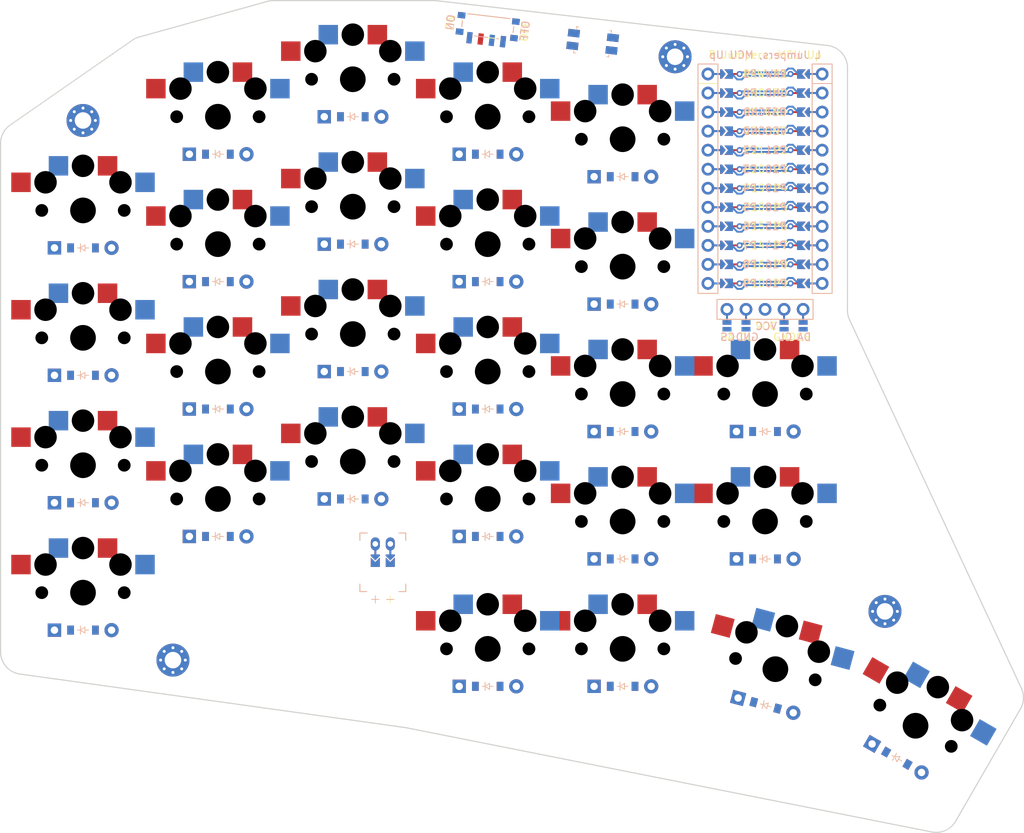
<source format=kicad_pcb>
(kicad_pcb (version 20171130) (host pcbnew 5.1.6)
  (title_block (title "sweeppp") (rev "v1.0.0") (company "Unknown"))
  (layers (0 F.Cu signal) (31 B.Cu signal) (34 B.Paste user) (35 F.Paste user) (36 B.SilkS user) (37 F.SilkS user) (38 B.Mask user) (39 F.Mask user) (44 Edge.Cuts user))
  (net 0 "")
  (net 1 "P20")
  (net 2 "pinky_bottom")
  (net 3 "pinky_home")
  (net 4 "pinky_top")
  (net 5 "pinky_num")
  (net 6 "P19")
  (net 7 "ring_bottom")
  (net 8 "ring_home")
  (net 9 "ring_top")
  (net 10 "ring_num")
  (net 11 "P18")
  (net 12 "middle_bottom")
  (net 13 "middle_home")
  (net 14 "middle_top")
  (net 15 "middle_num")
  (net 16 "P15")
  (net 17 "index_bottom")
  (net 18 "index_home")
  (net 19 "index_top")
  (net 20 "index_num")
  (net 21 "P10")
  (net 22 "inner_bottom")
  (net 23 "inner_home")
  (net 24 "inner_top")
  (net 25 "inner_num")
  (net 26 "P9")
  (net 27 "inner2_bottom")
  (net 28 "inner2_home")
  (net 29 "outer2_cluster")
  (net 30 "outer_cluster")
  (net 31 "home_cluster")
  (net 32 "inner_cluster")
  (net 33 "P7")
  (net 34 "P8")
  (net 35 "P16")
  (net 36 "P21")
  (net 37 "P6")
  (net 38 "RAW")
  (net 39 "GND")
  (net 40 "RST")
  (net 41 "VCC")
  (net 42 "P14")
  (net 43 "P1")
  (net 44 "P0")
  (net 45 "P2")
  (net 46 "P3")
  (net 47 "P4")
  (net 48 "P5")
  (net 49 "P101")
  (net 50 "P102")
  (net 51 "P107")
  (net 52 "MCU1_24")
  (net 53 "MCU1_1")
  (net 54 "MCU1_23")
  (net 55 "MCU1_2")
  (net 56 "MCU1_22")
  (net 57 "MCU1_3")
  (net 58 "MCU1_21")
  (net 59 "MCU1_4")
  (net 60 "MCU1_20")
  (net 61 "MCU1_5")
  (net 62 "MCU1_19")
  (net 63 "MCU1_6")
  (net 64 "MCU1_18")
  (net 65 "MCU1_7")
  (net 66 "MCU1_17")
  (net 67 "MCU1_8")
  (net 68 "MCU1_16")
  (net 69 "MCU1_9")
  (net 70 "MCU1_15")
  (net 71 "MCU1_10")
  (net 72 "MCU1_14")
  (net 73 "MCU1_11")
  (net 74 "MCU1_13")
  (net 75 "MCU1_12")
  (net 76 "DISP1_1")
  (net 77 "DISP1_2")
  (net 78 "DISP1_4")
  (net 79 "DISP1_5")
  (net 80 "BAT")
  (net 81 "BAT_P")
  (net 82 "JST1_1")
  (net 83 "JST1_2")
  (module PG1350 (layer F.Cu) (at 100 100 0)
    (fp_text reference "S1" hide)
    (fp_text value "" hide)
    (pad "" np_thru_hole circle (at 0 0) (size 3.429 3.429) (drill 3.429) (layers Dwgs.User))
    (pad "" np_thru_hole circle (at 5.5 0) (size 1.7018 1.7018) (drill 1.7018) (layers Dwgs.User))
    (pad "" np_thru_hole circle (at -5.5 0) (size 1.7018 1.7018) (drill 1.7018) (layers Dwgs.User))
    (pad 1 smd rect (at -3.275 -5.95 0) (size 2.6 2.6) (layers B.Cu B.Paste B.Mask) (net 1 "P20"))
    (pad 2 smd rect (at 8.275 -3.75 0) (size 2.6 2.6) (layers B.Cu B.Paste B.Mask) (net 2 "pinky_bottom"))
    (pad "" np_thru_hole circle (at 5 -3.75) (size 3 3) (drill 3) (layers Dwgs.User) (clearance 0.001))
    (pad "" np_thru_hole circle (at 0 -5.95) (size 3 3) (drill 3) (layers Dwgs.User))
    (pad 1 smd rect (at 3.275 -5.95 0) (size 2.6 2.6) (layers F.Cu F.Paste F.Mask) (net 1 "P20"))
    (pad 2 smd rect (at -8.275 -3.75 0) (size 2.6 2.6) (layers F.Cu F.Paste F.Mask) (net 2 "pinky_bottom"))
    (pad "" np_thru_hole circle (at -5 -3.75) (size 3 3) (drill 3) (layers Dwgs.User) (clearance 0.001))
  )
  (module PG1350 (layer F.Cu) (at 100 83 0)
    (fp_text reference "S2" hide)
    (fp_text value "" hide)
    (pad "" np_thru_hole circle (at 0 0) (size 3.429 3.429) (drill 3.429) (layers Dwgs.User))
    (pad "" np_thru_hole circle (at 5.5 0) (size 1.7018 1.7018) (drill 1.7018) (layers Dwgs.User))
    (pad "" np_thru_hole circle (at -5.5 0) (size 1.7018 1.7018) (drill 1.7018) (layers Dwgs.User))
    (pad 1 smd rect (at -3.275 -5.95 0) (size 2.6 2.6) (layers B.Cu B.Paste B.Mask) (net 1 "P20"))
    (pad 2 smd rect (at 8.275 -3.75 0) (size 2.6 2.6) (layers B.Cu B.Paste B.Mask) (net 3 "pinky_home"))
    (pad "" np_thru_hole circle (at 5 -3.75) (size 3 3) (drill 3) (layers Dwgs.User) (clearance 0.001))
    (pad "" np_thru_hole circle (at 0 -5.95) (size 3 3) (drill 3) (layers Dwgs.User))
    (pad 1 smd rect (at 3.275 -5.95 0) (size 2.6 2.6) (layers F.Cu F.Paste F.Mask) (net 1 "P20"))
    (pad 2 smd rect (at -8.275 -3.75 0) (size 2.6 2.6) (layers F.Cu F.Paste F.Mask) (net 3 "pinky_home"))
    (pad "" np_thru_hole circle (at -5 -3.75) (size 3 3) (drill 3) (layers Dwgs.User) (clearance 0.001))
  )
  (module PG1350 (layer F.Cu) (at 100 66 0)
    (fp_text reference "S3" hide)
    (fp_text value "" hide)
    (pad "" np_thru_hole circle (at 0 0) (size 3.429 3.429) (drill 3.429) (layers Dwgs.User))
    (pad "" np_thru_hole circle (at 5.5 0) (size 1.7018 1.7018) (drill 1.7018) (layers Dwgs.User))
    (pad "" np_thru_hole circle (at -5.5 0) (size 1.7018 1.7018) (drill 1.7018) (layers Dwgs.User))
    (pad 1 smd rect (at -3.275 -5.95 0) (size 2.6 2.6) (layers B.Cu B.Paste B.Mask) (net 1 "P20"))
    (pad 2 smd rect (at 8.275 -3.75 0) (size 2.6 2.6) (layers B.Cu B.Paste B.Mask) (net 4 "pinky_top"))
    (pad "" np_thru_hole circle (at 5 -3.75) (size 3 3) (drill 3) (layers Dwgs.User) (clearance 0.001))
    (pad "" np_thru_hole circle (at 0 -5.95) (size 3 3) (drill 3) (layers Dwgs.User))
    (pad 1 smd rect (at 3.275 -5.95 0) (size 2.6 2.6) (layers F.Cu F.Paste F.Mask) (net 1 "P20"))
    (pad 2 smd rect (at -8.275 -3.75 0) (size 2.6 2.6) (layers F.Cu F.Paste F.Mask) (net 4 "pinky_top"))
    (pad "" np_thru_hole circle (at -5 -3.75) (size 3 3) (drill 3) (layers Dwgs.User) (clearance 0.001))
  )
  (module PG1350 (layer F.Cu) (at 100 49 0)
    (fp_text reference "S4" hide)
    (fp_text value "" hide)
    (pad "" np_thru_hole circle (at 0 0) (size 3.429 3.429) (drill 3.429) (layers Dwgs.User))
    (pad "" np_thru_hole circle (at 5.5 0) (size 1.7018 1.7018) (drill 1.7018) (layers Dwgs.User))
    (pad "" np_thru_hole circle (at -5.5 0) (size 1.7018 1.7018) (drill 1.7018) (layers Dwgs.User))
    (pad 1 smd rect (at -3.275 -5.95 0) (size 2.6 2.6) (layers B.Cu B.Paste B.Mask) (net 1 "P20"))
    (pad 2 smd rect (at 8.275 -3.75 0) (size 2.6 2.6) (layers B.Cu B.Paste B.Mask) (net 5 "pinky_num"))
    (pad "" np_thru_hole circle (at 5 -3.75) (size 3 3) (drill 3) (layers Dwgs.User) (clearance 0.001))
    (pad "" np_thru_hole circle (at 0 -5.95) (size 3 3) (drill 3) (layers Dwgs.User))
    (pad 1 smd rect (at 3.275 -5.95 0) (size 2.6 2.6) (layers F.Cu F.Paste F.Mask) (net 1 "P20"))
    (pad 2 smd rect (at -8.275 -3.75 0) (size 2.6 2.6) (layers F.Cu F.Paste F.Mask) (net 5 "pinky_num"))
    (pad "" np_thru_hole circle (at -5 -3.75) (size 3 3) (drill 3) (layers Dwgs.User) (clearance 0.001))
  )
  (module PG1350 (layer F.Cu) (at 118 87.5 0)
    (fp_text reference "S5" hide)
    (fp_text value "" hide)
    (pad "" np_thru_hole circle (at 0 0) (size 3.429 3.429) (drill 3.429) (layers Dwgs.User))
    (pad "" np_thru_hole circle (at 5.5 0) (size 1.7018 1.7018) (drill 1.7018) (layers Dwgs.User))
    (pad "" np_thru_hole circle (at -5.5 0) (size 1.7018 1.7018) (drill 1.7018) (layers Dwgs.User))
    (pad 1 smd rect (at -3.275 -5.95 0) (size 2.6 2.6) (layers B.Cu B.Paste B.Mask) (net 6 "P19"))
    (pad 2 smd rect (at 8.275 -3.75 0) (size 2.6 2.6) (layers B.Cu B.Paste B.Mask) (net 7 "ring_bottom"))
    (pad "" np_thru_hole circle (at 5 -3.75) (size 3 3) (drill 3) (layers Dwgs.User) (clearance 0.001))
    (pad "" np_thru_hole circle (at 0 -5.95) (size 3 3) (drill 3) (layers Dwgs.User))
    (pad 1 smd rect (at 3.275 -5.95 0) (size 2.6 2.6) (layers F.Cu F.Paste F.Mask) (net 6 "P19"))
    (pad 2 smd rect (at -8.275 -3.75 0) (size 2.6 2.6) (layers F.Cu F.Paste F.Mask) (net 7 "ring_bottom"))
    (pad "" np_thru_hole circle (at -5 -3.75) (size 3 3) (drill 3) (layers Dwgs.User) (clearance 0.001))
  )
  (module PG1350 (layer F.Cu) (at 118 70.5 0)
    (fp_text reference "S6" hide)
    (fp_text value "" hide)
    (pad "" np_thru_hole circle (at 0 0) (size 3.429 3.429) (drill 3.429) (layers Dwgs.User))
    (pad "" np_thru_hole circle (at 5.5 0) (size 1.7018 1.7018) (drill 1.7018) (layers Dwgs.User))
    (pad "" np_thru_hole circle (at -5.5 0) (size 1.7018 1.7018) (drill 1.7018) (layers Dwgs.User))
    (pad 1 smd rect (at -3.275 -5.95 0) (size 2.6 2.6) (layers B.Cu B.Paste B.Mask) (net 6 "P19"))
    (pad 2 smd rect (at 8.275 -3.75 0) (size 2.6 2.6) (layers B.Cu B.Paste B.Mask) (net 8 "ring_home"))
    (pad "" np_thru_hole circle (at 5 -3.75) (size 3 3) (drill 3) (layers Dwgs.User) (clearance 0.001))
    (pad "" np_thru_hole circle (at 0 -5.95) (size 3 3) (drill 3) (layers Dwgs.User))
    (pad 1 smd rect (at 3.275 -5.95 0) (size 2.6 2.6) (layers F.Cu F.Paste F.Mask) (net 6 "P19"))
    (pad 2 smd rect (at -8.275 -3.75 0) (size 2.6 2.6) (layers F.Cu F.Paste F.Mask) (net 8 "ring_home"))
    (pad "" np_thru_hole circle (at -5 -3.75) (size 3 3) (drill 3) (layers Dwgs.User) (clearance 0.001))
  )
  (module PG1350 (layer F.Cu) (at 118 53.5 0)
    (fp_text reference "S7" hide)
    (fp_text value "" hide)
    (pad "" np_thru_hole circle (at 0 0) (size 3.429 3.429) (drill 3.429) (layers Dwgs.User))
    (pad "" np_thru_hole circle (at 5.5 0) (size 1.7018 1.7018) (drill 1.7018) (layers Dwgs.User))
    (pad "" np_thru_hole circle (at -5.5 0) (size 1.7018 1.7018) (drill 1.7018) (layers Dwgs.User))
    (pad 1 smd rect (at -3.275 -5.95 0) (size 2.6 2.6) (layers B.Cu B.Paste B.Mask) (net 6 "P19"))
    (pad 2 smd rect (at 8.275 -3.75 0) (size 2.6 2.6) (layers B.Cu B.Paste B.Mask) (net 9 "ring_top"))
    (pad "" np_thru_hole circle (at 5 -3.75) (size 3 3) (drill 3) (layers Dwgs.User) (clearance 0.001))
    (pad "" np_thru_hole circle (at 0 -5.95) (size 3 3) (drill 3) (layers Dwgs.User))
    (pad 1 smd rect (at 3.275 -5.95 0) (size 2.6 2.6) (layers F.Cu F.Paste F.Mask) (net 6 "P19"))
    (pad 2 smd rect (at -8.275 -3.75 0) (size 2.6 2.6) (layers F.Cu F.Paste F.Mask) (net 9 "ring_top"))
    (pad "" np_thru_hole circle (at -5 -3.75) (size 3 3) (drill 3) (layers Dwgs.User) (clearance 0.001))
  )
  (module PG1350 (layer F.Cu) (at 118 36.5 0)
    (fp_text reference "S8" hide)
    (fp_text value "" hide)
    (pad "" np_thru_hole circle (at 0 0) (size 3.429 3.429) (drill 3.429) (layers Dwgs.User))
    (pad "" np_thru_hole circle (at 5.5 0) (size 1.7018 1.7018) (drill 1.7018) (layers Dwgs.User))
    (pad "" np_thru_hole circle (at -5.5 0) (size 1.7018 1.7018) (drill 1.7018) (layers Dwgs.User))
    (pad 1 smd rect (at -3.275 -5.95 0) (size 2.6 2.6) (layers B.Cu B.Paste B.Mask) (net 6 "P19"))
    (pad 2 smd rect (at 8.275 -3.75 0) (size 2.6 2.6) (layers B.Cu B.Paste B.Mask) (net 10 "ring_num"))
    (pad "" np_thru_hole circle (at 5 -3.75) (size 3 3) (drill 3) (layers Dwgs.User) (clearance 0.001))
    (pad "" np_thru_hole circle (at 0 -5.95) (size 3 3) (drill 3) (layers Dwgs.User))
    (pad 1 smd rect (at 3.275 -5.95 0) (size 2.6 2.6) (layers F.Cu F.Paste F.Mask) (net 6 "P19"))
    (pad 2 smd rect (at -8.275 -3.75 0) (size 2.6 2.6) (layers F.Cu F.Paste F.Mask) (net 10 "ring_num"))
    (pad "" np_thru_hole circle (at -5 -3.75) (size 3 3) (drill 3) (layers Dwgs.User) (clearance 0.001))
  )
  (module PG1350 (layer F.Cu) (at 136 82.5 0)
    (fp_text reference "S9" hide)
    (fp_text value "" hide)
    (pad "" np_thru_hole circle (at 0 0) (size 3.429 3.429) (drill 3.429) (layers Dwgs.User))
    (pad "" np_thru_hole circle (at 5.5 0) (size 1.7018 1.7018) (drill 1.7018) (layers Dwgs.User))
    (pad "" np_thru_hole circle (at -5.5 0) (size 1.7018 1.7018) (drill 1.7018) (layers Dwgs.User))
    (pad 1 smd rect (at -3.275 -5.95 0) (size 2.6 2.6) (layers B.Cu B.Paste B.Mask) (net 11 "P18"))
    (pad 2 smd rect (at 8.275 -3.75 0) (size 2.6 2.6) (layers B.Cu B.Paste B.Mask) (net 12 "middle_bottom"))
    (pad "" np_thru_hole circle (at 5 -3.75) (size 3 3) (drill 3) (layers Dwgs.User) (clearance 0.001))
    (pad "" np_thru_hole circle (at 0 -5.95) (size 3 3) (drill 3) (layers Dwgs.User))
    (pad 1 smd rect (at 3.275 -5.95 0) (size 2.6 2.6) (layers F.Cu F.Paste F.Mask) (net 11 "P18"))
    (pad 2 smd rect (at -8.275 -3.75 0) (size 2.6 2.6) (layers F.Cu F.Paste F.Mask) (net 12 "middle_bottom"))
    (pad "" np_thru_hole circle (at -5 -3.75) (size 3 3) (drill 3) (layers Dwgs.User) (clearance 0.001))
  )
  (module PG1350 (layer F.Cu) (at 136 65.5 0)
    (fp_text reference "S10" hide)
    (fp_text value "" hide)
    (pad "" np_thru_hole circle (at 0 0) (size 3.429 3.429) (drill 3.429) (layers Dwgs.User))
    (pad "" np_thru_hole circle (at 5.5 0) (size 1.7018 1.7018) (drill 1.7018) (layers Dwgs.User))
    (pad "" np_thru_hole circle (at -5.5 0) (size 1.7018 1.7018) (drill 1.7018) (layers Dwgs.User))
    (pad 1 smd rect (at -3.275 -5.95 0) (size 2.6 2.6) (layers B.Cu B.Paste B.Mask) (net 11 "P18"))
    (pad 2 smd rect (at 8.275 -3.75 0) (size 2.6 2.6) (layers B.Cu B.Paste B.Mask) (net 13 "middle_home"))
    (pad "" np_thru_hole circle (at 5 -3.75) (size 3 3) (drill 3) (layers Dwgs.User) (clearance 0.001))
    (pad "" np_thru_hole circle (at 0 -5.95) (size 3 3) (drill 3) (layers Dwgs.User))
    (pad 1 smd rect (at 3.275 -5.95 0) (size 2.6 2.6) (layers F.Cu F.Paste F.Mask) (net 11 "P18"))
    (pad 2 smd rect (at -8.275 -3.75 0) (size 2.6 2.6) (layers F.Cu F.Paste F.Mask) (net 13 "middle_home"))
    (pad "" np_thru_hole circle (at -5 -3.75) (size 3 3) (drill 3) (layers Dwgs.User) (clearance 0.001))
  )
  (module PG1350 (layer F.Cu) (at 136 48.5 0)
    (fp_text reference "S11" hide)
    (fp_text value "" hide)
    (pad "" np_thru_hole circle (at 0 0) (size 3.429 3.429) (drill 3.429) (layers Dwgs.User))
    (pad "" np_thru_hole circle (at 5.5 0) (size 1.7018 1.7018) (drill 1.7018) (layers Dwgs.User))
    (pad "" np_thru_hole circle (at -5.5 0) (size 1.7018 1.7018) (drill 1.7018) (layers Dwgs.User))
    (pad 1 smd rect (at -3.275 -5.95 0) (size 2.6 2.6) (layers B.Cu B.Paste B.Mask) (net 11 "P18"))
    (pad 2 smd rect (at 8.275 -3.75 0) (size 2.6 2.6) (layers B.Cu B.Paste B.Mask) (net 14 "middle_top"))
    (pad "" np_thru_hole circle (at 5 -3.75) (size 3 3) (drill 3) (layers Dwgs.User) (clearance 0.001))
    (pad "" np_thru_hole circle (at 0 -5.95) (size 3 3) (drill 3) (layers Dwgs.User))
    (pad 1 smd rect (at 3.275 -5.95 0) (size 2.6 2.6) (layers F.Cu F.Paste F.Mask) (net 11 "P18"))
    (pad 2 smd rect (at -8.275 -3.75 0) (size 2.6 2.6) (layers F.Cu F.Paste F.Mask) (net 14 "middle_top"))
    (pad "" np_thru_hole circle (at -5 -3.75) (size 3 3) (drill 3) (layers Dwgs.User) (clearance 0.001))
  )
  (module PG1350 (layer F.Cu) (at 136 31.5 0)
    (fp_text reference "S12" hide)
    (fp_text value "" hide)
    (pad "" np_thru_hole circle (at 0 0) (size 3.429 3.429) (drill 3.429) (layers Dwgs.User))
    (pad "" np_thru_hole circle (at 5.5 0) (size 1.7018 1.7018) (drill 1.7018) (layers Dwgs.User))
    (pad "" np_thru_hole circle (at -5.5 0) (size 1.7018 1.7018) (drill 1.7018) (layers Dwgs.User))
    (pad 1 smd rect (at -3.275 -5.95 0) (size 2.6 2.6) (layers B.Cu B.Paste B.Mask) (net 11 "P18"))
    (pad 2 smd rect (at 8.275 -3.75 0) (size 2.6 2.6) (layers B.Cu B.Paste B.Mask) (net 15 "middle_num"))
    (pad "" np_thru_hole circle (at 5 -3.75) (size 3 3) (drill 3) (layers Dwgs.User) (clearance 0.001))
    (pad "" np_thru_hole circle (at 0 -5.95) (size 3 3) (drill 3) (layers Dwgs.User))
    (pad 1 smd rect (at 3.275 -5.95 0) (size 2.6 2.6) (layers F.Cu F.Paste F.Mask) (net 11 "P18"))
    (pad 2 smd rect (at -8.275 -3.75 0) (size 2.6 2.6) (layers F.Cu F.Paste F.Mask) (net 15 "middle_num"))
    (pad "" np_thru_hole circle (at -5 -3.75) (size 3 3) (drill 3) (layers Dwgs.User) (clearance 0.001))
  )
  (module PG1350 (layer F.Cu) (at 154 87.5 0)
    (fp_text reference "S13" hide)
    (fp_text value "" hide)
    (pad "" np_thru_hole circle (at 0 0) (size 3.429 3.429) (drill 3.429) (layers Dwgs.User))
    (pad "" np_thru_hole circle (at 5.5 0) (size 1.7018 1.7018) (drill 1.7018) (layers Dwgs.User))
    (pad "" np_thru_hole circle (at -5.5 0) (size 1.7018 1.7018) (drill 1.7018) (layers Dwgs.User))
    (pad 1 smd rect (at -3.275 -5.95 0) (size 2.6 2.6) (layers B.Cu B.Paste B.Mask) (net 16 "P15"))
    (pad 2 smd rect (at 8.275 -3.75 0) (size 2.6 2.6) (layers B.Cu B.Paste B.Mask) (net 17 "index_bottom"))
    (pad "" np_thru_hole circle (at 5 -3.75) (size 3 3) (drill 3) (layers Dwgs.User) (clearance 0.001))
    (pad "" np_thru_hole circle (at 0 -5.95) (size 3 3) (drill 3) (layers Dwgs.User))
    (pad 1 smd rect (at 3.275 -5.95 0) (size 2.6 2.6) (layers F.Cu F.Paste F.Mask) (net 16 "P15"))
    (pad 2 smd rect (at -8.275 -3.75 0) (size 2.6 2.6) (layers F.Cu F.Paste F.Mask) (net 17 "index_bottom"))
    (pad "" np_thru_hole circle (at -5 -3.75) (size 3 3) (drill 3) (layers Dwgs.User) (clearance 0.001))
  )
  (module PG1350 (layer F.Cu) (at 154 70.5 0)
    (fp_text reference "S14" hide)
    (fp_text value "" hide)
    (pad "" np_thru_hole circle (at 0 0) (size 3.429 3.429) (drill 3.429) (layers Dwgs.User))
    (pad "" np_thru_hole circle (at 5.5 0) (size 1.7018 1.7018) (drill 1.7018) (layers Dwgs.User))
    (pad "" np_thru_hole circle (at -5.5 0) (size 1.7018 1.7018) (drill 1.7018) (layers Dwgs.User))
    (pad 1 smd rect (at -3.275 -5.95 0) (size 2.6 2.6) (layers B.Cu B.Paste B.Mask) (net 16 "P15"))
    (pad 2 smd rect (at 8.275 -3.75 0) (size 2.6 2.6) (layers B.Cu B.Paste B.Mask) (net 18 "index_home"))
    (pad "" np_thru_hole circle (at 5 -3.75) (size 3 3) (drill 3) (layers Dwgs.User) (clearance 0.001))
    (pad "" np_thru_hole circle (at 0 -5.95) (size 3 3) (drill 3) (layers Dwgs.User))
    (pad 1 smd rect (at 3.275 -5.95 0) (size 2.6 2.6) (layers F.Cu F.Paste F.Mask) (net 16 "P15"))
    (pad 2 smd rect (at -8.275 -3.75 0) (size 2.6 2.6) (layers F.Cu F.Paste F.Mask) (net 18 "index_home"))
    (pad "" np_thru_hole circle (at -5 -3.75) (size 3 3) (drill 3) (layers Dwgs.User) (clearance 0.001))
  )
  (module PG1350 (layer F.Cu) (at 154 53.5 0)
    (fp_text reference "S15" hide)
    (fp_text value "" hide)
    (pad "" np_thru_hole circle (at 0 0) (size 3.429 3.429) (drill 3.429) (layers Dwgs.User))
    (pad "" np_thru_hole circle (at 5.5 0) (size 1.7018 1.7018) (drill 1.7018) (layers Dwgs.User))
    (pad "" np_thru_hole circle (at -5.5 0) (size 1.7018 1.7018) (drill 1.7018) (layers Dwgs.User))
    (pad 1 smd rect (at -3.275 -5.95 0) (size 2.6 2.6) (layers B.Cu B.Paste B.Mask) (net 16 "P15"))
    (pad 2 smd rect (at 8.275 -3.75 0) (size 2.6 2.6) (layers B.Cu B.Paste B.Mask) (net 19 "index_top"))
    (pad "" np_thru_hole circle (at 5 -3.75) (size 3 3) (drill 3) (layers Dwgs.User) (clearance 0.001))
    (pad "" np_thru_hole circle (at 0 -5.95) (size 3 3) (drill 3) (layers Dwgs.User))
    (pad 1 smd rect (at 3.275 -5.95 0) (size 2.6 2.6) (layers F.Cu F.Paste F.Mask) (net 16 "P15"))
    (pad 2 smd rect (at -8.275 -3.75 0) (size 2.6 2.6) (layers F.Cu F.Paste F.Mask) (net 19 "index_top"))
    (pad "" np_thru_hole circle (at -5 -3.75) (size 3 3) (drill 3) (layers Dwgs.User) (clearance 0.001))
  )
  (module PG1350 (layer F.Cu) (at 154 36.5 0)
    (fp_text reference "S16" hide)
    (fp_text value "" hide)
    (pad "" np_thru_hole circle (at 0 0) (size 3.429 3.429) (drill 3.429) (layers Dwgs.User))
    (pad "" np_thru_hole circle (at 5.5 0) (size 1.7018 1.7018) (drill 1.7018) (layers Dwgs.User))
    (pad "" np_thru_hole circle (at -5.5 0) (size 1.7018 1.7018) (drill 1.7018) (layers Dwgs.User))
    (pad 1 smd rect (at -3.275 -5.95 0) (size 2.6 2.6) (layers B.Cu B.Paste B.Mask) (net 16 "P15"))
    (pad 2 smd rect (at 8.275 -3.75 0) (size 2.6 2.6) (layers B.Cu B.Paste B.Mask) (net 20 "index_num"))
    (pad "" np_thru_hole circle (at 5 -3.75) (size 3 3) (drill 3) (layers Dwgs.User) (clearance 0.001))
    (pad "" np_thru_hole circle (at 0 -5.95) (size 3 3) (drill 3) (layers Dwgs.User))
    (pad 1 smd rect (at 3.275 -5.95 0) (size 2.6 2.6) (layers F.Cu F.Paste F.Mask) (net 16 "P15"))
    (pad 2 smd rect (at -8.275 -3.75 0) (size 2.6 2.6) (layers F.Cu F.Paste F.Mask) (net 20 "index_num"))
    (pad "" np_thru_hole circle (at -5 -3.75) (size 3 3) (drill 3) (layers Dwgs.User) (clearance 0.001))
  )
  (module PG1350 (layer F.Cu) (at 172 90.5 0)
    (fp_text reference "S17" hide)
    (fp_text value "" hide)
    (pad "" np_thru_hole circle (at 0 0) (size 3.429 3.429) (drill 3.429) (layers Dwgs.User))
    (pad "" np_thru_hole circle (at 5.5 0) (size 1.7018 1.7018) (drill 1.7018) (layers Dwgs.User))
    (pad "" np_thru_hole circle (at -5.5 0) (size 1.7018 1.7018) (drill 1.7018) (layers Dwgs.User))
    (pad 1 smd rect (at -3.275 -5.95 0) (size 2.6 2.6) (layers B.Cu B.Paste B.Mask) (net 21 "P10"))
    (pad 2 smd rect (at 8.275 -3.75 0) (size 2.6 2.6) (layers B.Cu B.Paste B.Mask) (net 22 "inner_bottom"))
    (pad "" np_thru_hole circle (at 5 -3.75) (size 3 3) (drill 3) (layers Dwgs.User) (clearance 0.001))
    (pad "" np_thru_hole circle (at 0 -5.95) (size 3 3) (drill 3) (layers Dwgs.User))
    (pad 1 smd rect (at 3.275 -5.95 0) (size 2.6 2.6) (layers F.Cu F.Paste F.Mask) (net 21 "P10"))
    (pad 2 smd rect (at -8.275 -3.75 0) (size 2.6 2.6) (layers F.Cu F.Paste F.Mask) (net 22 "inner_bottom"))
    (pad "" np_thru_hole circle (at -5 -3.75) (size 3 3) (drill 3) (layers Dwgs.User) (clearance 0.001))
  )
  (module PG1350 (layer F.Cu) (at 172 73.5 0)
    (fp_text reference "S18" hide)
    (fp_text value "" hide)
    (pad "" np_thru_hole circle (at 0 0) (size 3.429 3.429) (drill 3.429) (layers Dwgs.User))
    (pad "" np_thru_hole circle (at 5.5 0) (size 1.7018 1.7018) (drill 1.7018) (layers Dwgs.User))
    (pad "" np_thru_hole circle (at -5.5 0) (size 1.7018 1.7018) (drill 1.7018) (layers Dwgs.User))
    (pad 1 smd rect (at -3.275 -5.95 0) (size 2.6 2.6) (layers B.Cu B.Paste B.Mask) (net 21 "P10"))
    (pad 2 smd rect (at 8.275 -3.75 0) (size 2.6 2.6) (layers B.Cu B.Paste B.Mask) (net 23 "inner_home"))
    (pad "" np_thru_hole circle (at 5 -3.75) (size 3 3) (drill 3) (layers Dwgs.User) (clearance 0.001))
    (pad "" np_thru_hole circle (at 0 -5.95) (size 3 3) (drill 3) (layers Dwgs.User))
    (pad 1 smd rect (at 3.275 -5.95 0) (size 2.6 2.6) (layers F.Cu F.Paste F.Mask) (net 21 "P10"))
    (pad 2 smd rect (at -8.275 -3.75 0) (size 2.6 2.6) (layers F.Cu F.Paste F.Mask) (net 23 "inner_home"))
    (pad "" np_thru_hole circle (at -5 -3.75) (size 3 3) (drill 3) (layers Dwgs.User) (clearance 0.001))
  )
  (module PG1350 (layer F.Cu) (at 172 56.5 0)
    (fp_text reference "S19" hide)
    (fp_text value "" hide)
    (pad "" np_thru_hole circle (at 0 0) (size 3.429 3.429) (drill 3.429) (layers Dwgs.User))
    (pad "" np_thru_hole circle (at 5.5 0) (size 1.7018 1.7018) (drill 1.7018) (layers Dwgs.User))
    (pad "" np_thru_hole circle (at -5.5 0) (size 1.7018 1.7018) (drill 1.7018) (layers Dwgs.User))
    (pad 1 smd rect (at -3.275 -5.95 0) (size 2.6 2.6) (layers B.Cu B.Paste B.Mask) (net 21 "P10"))
    (pad 2 smd rect (at 8.275 -3.75 0) (size 2.6 2.6) (layers B.Cu B.Paste B.Mask) (net 24 "inner_top"))
    (pad "" np_thru_hole circle (at 5 -3.75) (size 3 3) (drill 3) (layers Dwgs.User) (clearance 0.001))
    (pad "" np_thru_hole circle (at 0 -5.95) (size 3 3) (drill 3) (layers Dwgs.User))
    (pad 1 smd rect (at 3.275 -5.95 0) (size 2.6 2.6) (layers F.Cu F.Paste F.Mask) (net 21 "P10"))
    (pad 2 smd rect (at -8.275 -3.75 0) (size 2.6 2.6) (layers F.Cu F.Paste F.Mask) (net 24 "inner_top"))
    (pad "" np_thru_hole circle (at -5 -3.75) (size 3 3) (drill 3) (layers Dwgs.User) (clearance 0.001))
  )
  (module PG1350 (layer F.Cu) (at 172 39.5 0)
    (fp_text reference "S20" hide)
    (fp_text value "" hide)
    (pad "" np_thru_hole circle (at 0 0) (size 3.429 3.429) (drill 3.429) (layers Dwgs.User))
    (pad "" np_thru_hole circle (at 5.5 0) (size 1.7018 1.7018) (drill 1.7018) (layers Dwgs.User))
    (pad "" np_thru_hole circle (at -5.5 0) (size 1.7018 1.7018) (drill 1.7018) (layers Dwgs.User))
    (pad 1 smd rect (at -3.275 -5.95 0) (size 2.6 2.6) (layers B.Cu B.Paste B.Mask) (net 21 "P10"))
    (pad 2 smd rect (at 8.275 -3.75 0) (size 2.6 2.6) (layers B.Cu B.Paste B.Mask) (net 25 "inner_num"))
    (pad "" np_thru_hole circle (at 5 -3.75) (size 3 3) (drill 3) (layers Dwgs.User) (clearance 0.001))
    (pad "" np_thru_hole circle (at 0 -5.95) (size 3 3) (drill 3) (layers Dwgs.User))
    (pad 1 smd rect (at 3.275 -5.95 0) (size 2.6 2.6) (layers F.Cu F.Paste F.Mask) (net 21 "P10"))
    (pad 2 smd rect (at -8.275 -3.75 0) (size 2.6 2.6) (layers F.Cu F.Paste F.Mask) (net 25 "inner_num"))
    (pad "" np_thru_hole circle (at -5 -3.75) (size 3 3) (drill 3) (layers Dwgs.User) (clearance 0.001))
  )
  (module PG1350 (layer F.Cu) (at 191 90.5 0)
    (fp_text reference "S21" hide)
    (fp_text value "" hide)
    (pad "" np_thru_hole circle (at 0 0) (size 3.429 3.429) (drill 3.429) (layers Dwgs.User))
    (pad "" np_thru_hole circle (at 5.5 0) (size 1.7018 1.7018) (drill 1.7018) (layers Dwgs.User))
    (pad "" np_thru_hole circle (at -5.5 0) (size 1.7018 1.7018) (drill 1.7018) (layers Dwgs.User))
    (pad 1 smd rect (at -3.275 -5.95 0) (size 2.6 2.6) (layers B.Cu B.Paste B.Mask) (net 26 "P9"))
    (pad 2 smd rect (at 8.275 -3.75 0) (size 2.6 2.6) (layers B.Cu B.Paste B.Mask) (net 27 "inner2_bottom"))
    (pad "" np_thru_hole circle (at 5 -3.75) (size 3 3) (drill 3) (layers Dwgs.User) (clearance 0.001))
    (pad "" np_thru_hole circle (at 0 -5.95) (size 3 3) (drill 3) (layers Dwgs.User))
    (pad 1 smd rect (at 3.275 -5.95 0) (size 2.6 2.6) (layers F.Cu F.Paste F.Mask) (net 26 "P9"))
    (pad 2 smd rect (at -8.275 -3.75 0) (size 2.6 2.6) (layers F.Cu F.Paste F.Mask) (net 27 "inner2_bottom"))
    (pad "" np_thru_hole circle (at -5 -3.75) (size 3 3) (drill 3) (layers Dwgs.User) (clearance 0.001))
  )
  (module PG1350 (layer F.Cu) (at 191 73.5 0)
    (fp_text reference "S22" hide)
    (fp_text value "" hide)
    (pad "" np_thru_hole circle (at 0 0) (size 3.429 3.429) (drill 3.429) (layers Dwgs.User))
    (pad "" np_thru_hole circle (at 5.5 0) (size 1.7018 1.7018) (drill 1.7018) (layers Dwgs.User))
    (pad "" np_thru_hole circle (at -5.5 0) (size 1.7018 1.7018) (drill 1.7018) (layers Dwgs.User))
    (pad 1 smd rect (at -3.275 -5.95 0) (size 2.6 2.6) (layers B.Cu B.Paste B.Mask) (net 26 "P9"))
    (pad 2 smd rect (at 8.275 -3.75 0) (size 2.6 2.6) (layers B.Cu B.Paste B.Mask) (net 28 "inner2_home"))
    (pad "" np_thru_hole circle (at 5 -3.75) (size 3 3) (drill 3) (layers Dwgs.User) (clearance 0.001))
    (pad "" np_thru_hole circle (at 0 -5.95) (size 3 3) (drill 3) (layers Dwgs.User))
    (pad 1 smd rect (at 3.275 -5.95 0) (size 2.6 2.6) (layers F.Cu F.Paste F.Mask) (net 26 "P9"))
    (pad 2 smd rect (at -8.275 -3.75 0) (size 2.6 2.6) (layers F.Cu F.Paste F.Mask) (net 28 "inner2_home"))
    (pad "" np_thru_hole circle (at -5 -3.75) (size 3 3) (drill 3) (layers Dwgs.User) (clearance 0.001))
  )
  (module PG1350 (layer F.Cu) (at 154 107.5 0)
    (fp_text reference "S23" hide)
    (fp_text value "" hide)
    (pad "" np_thru_hole circle (at 0 0) (size 3.429 3.429) (drill 3.429) (layers Dwgs.User))
    (pad "" np_thru_hole circle (at 5.5 0) (size 1.7018 1.7018) (drill 1.7018) (layers Dwgs.User))
    (pad "" np_thru_hole circle (at -5.5 0) (size 1.7018 1.7018) (drill 1.7018) (layers Dwgs.User))
    (pad 1 smd rect (at -3.275 -5.95 0) (size 2.6 2.6) (layers B.Cu B.Paste B.Mask) (net 11 "P18"))
    (pad 2 smd rect (at 8.275 -3.75 0) (size 2.6 2.6) (layers B.Cu B.Paste B.Mask) (net 29 "outer2_cluster"))
    (pad "" np_thru_hole circle (at 5 -3.75) (size 3 3) (drill 3) (layers Dwgs.User) (clearance 0.001))
    (pad "" np_thru_hole circle (at 0 -5.95) (size 3 3) (drill 3) (layers Dwgs.User))
    (pad 1 smd rect (at 3.275 -5.95 0) (size 2.6 2.6) (layers F.Cu F.Paste F.Mask) (net 11 "P18"))
    (pad 2 smd rect (at -8.275 -3.75 0) (size 2.6 2.6) (layers F.Cu F.Paste F.Mask) (net 29 "outer2_cluster"))
    (pad "" np_thru_hole circle (at -5 -3.75) (size 3 3) (drill 3) (layers Dwgs.User) (clearance 0.001))
  )
  (module PG1350 (layer F.Cu) (at 172 107.5 0)
    (fp_text reference "S24" hide)
    (fp_text value "" hide)
    (pad "" np_thru_hole circle (at 0 0) (size 3.429 3.429) (drill 3.429) (layers Dwgs.User))
    (pad "" np_thru_hole circle (at 5.5 0) (size 1.7018 1.7018) (drill 1.7018) (layers Dwgs.User))
    (pad "" np_thru_hole circle (at -5.5 0) (size 1.7018 1.7018) (drill 1.7018) (layers Dwgs.User))
    (pad 1 smd rect (at -3.275 -5.95 0) (size 2.6 2.6) (layers B.Cu B.Paste B.Mask) (net 16 "P15"))
    (pad 2 smd rect (at 8.275 -3.75 0) (size 2.6 2.6) (layers B.Cu B.Paste B.Mask) (net 30 "outer_cluster"))
    (pad "" np_thru_hole circle (at 5 -3.75) (size 3 3) (drill 3) (layers Dwgs.User) (clearance 0.001))
    (pad "" np_thru_hole circle (at 0 -5.95) (size 3 3) (drill 3) (layers Dwgs.User))
    (pad 1 smd rect (at 3.275 -5.95 0) (size 2.6 2.6) (layers F.Cu F.Paste F.Mask) (net 16 "P15"))
    (pad 2 smd rect (at -8.275 -3.75 0) (size 2.6 2.6) (layers F.Cu F.Paste F.Mask) (net 30 "outer_cluster"))
    (pad "" np_thru_hole circle (at -5 -3.75) (size 3 3) (drill 3) (layers Dwgs.User) (clearance 0.001))
  )
  (module PG1350 (layer F.Cu) (at 192.3801394 110.2083088 -15)
    (fp_text reference "S25" hide)
    (fp_text value "" hide)
    (pad "" np_thru_hole circle (at 0 0) (size 3.429 3.429) (drill 3.429) (layers Dwgs.User))
    (pad "" np_thru_hole circle (at 5.5 0) (size 1.7018 1.7018) (drill 1.7018) (layers Dwgs.User))
    (pad "" np_thru_hole circle (at -5.5 0) (size 1.7018 1.7018) (drill 1.7018) (layers Dwgs.User))
    (pad 1 smd rect (at -3.275 -5.95 -15) (size 2.6 2.6) (layers B.Cu B.Paste B.Mask) (net 21 "P10"))
    (pad 2 smd rect (at 8.275 -3.75 -15) (size 2.6 2.6) (layers B.Cu B.Paste B.Mask) (net 31 "home_cluster"))
    (pad "" np_thru_hole circle (at 5 -3.75) (size 3 3) (drill 3) (layers Dwgs.User) (clearance 0.001))
    (pad "" np_thru_hole circle (at 0 -5.95) (size 3 3) (drill 3) (layers Dwgs.User))
    (pad 1 smd rect (at 3.275 -5.95 -15) (size 2.6 2.6) (layers F.Cu F.Paste F.Mask) (net 21 "P10"))
    (pad 2 smd rect (at -8.275 -3.75 -15) (size 2.6 2.6) (layers F.Cu F.Paste F.Mask) (net 31 "home_cluster"))
    (pad "" np_thru_hole circle (at -5 -3.75) (size 3 3) (drill 3) (layers Dwgs.User) (clearance 0.001))
  )
  (module PG1350 (layer F.Cu) (at 211.0828173 117.756819 -30)
    (fp_text reference "S26" hide)
    (fp_text value "" hide)
    (pad "" np_thru_hole circle (at 0 0) (size 3.429 3.429) (drill 3.429) (layers Dwgs.User))
    (pad "" np_thru_hole circle (at 5.5 0) (size 1.7018 1.7018) (drill 1.7018) (layers Dwgs.User))
    (pad "" np_thru_hole circle (at -5.5 0) (size 1.7018 1.7018) (drill 1.7018) (layers Dwgs.User))
    (pad 1 smd rect (at -3.275 -5.95 -30) (size 2.6 2.6) (layers B.Cu B.Paste B.Mask) (net 26 "P9"))
    (pad 2 smd rect (at 8.275 -3.75 -30) (size 2.6 2.6) (layers B.Cu B.Paste B.Mask) (net 32 "inner_cluster"))
    (pad "" np_thru_hole circle (at 5 -3.75) (size 3 3) (drill 3) (layers Dwgs.User) (clearance 0.001))
    (pad "" np_thru_hole circle (at 0 -5.95) (size 3 3) (drill 3) (layers Dwgs.User))
    (pad 1 smd rect (at 3.275 -5.95 -30) (size 2.6 2.6) (layers F.Cu F.Paste F.Mask) (net 26 "P9"))
    (pad 2 smd rect (at -8.275 -3.75 -30) (size 2.6 2.6) (layers F.Cu F.Paste F.Mask) (net 32 "inner_cluster"))
    (pad "" np_thru_hole circle (at -5 -3.75) (size 3 3) (drill 3) (layers Dwgs.User) (clearance 0.001))
  )
  (module ComboDiode (layer F.Cu) (at 100 105 0)
    (fp_text reference "D1" hide)
    (fp_text value "" hide)
    (pad 1 smd rect (at -1.65 0 0) (size 0.9 1.2) (layers F.Cu F.Paste F.Mask) (net 33 "P7"))
    (pad 2 smd rect (at 1.65 0 0) (size 0.9 1.2) (layers B.Cu B.Paste B.Mask) (net 2 "pinky_bottom"))
    (pad 1 smd rect (at -1.65 0 0) (size 0.9 1.2) (layers B.Cu B.Paste B.Mask) (net 33 "P7"))
    (pad 2 smd rect (at 1.65 0 0) (size 0.9 1.2) (layers F.Cu F.Paste F.Mask) (net 2 "pinky_bottom"))
    (pad 1 thru_hole rect (at -3.81 0 0) (size 1.778 1.778) (drill 0.9906) (layers *.Cu *.Mask) (net 33 "P7"))
    (pad 2 thru_hole circle (at 3.81 0 0) (size 1.905 1.905) (drill 0.9906) (layers *.Cu *.Mask) (net 2 "pinky_bottom"))
  )
  (module ComboDiode (layer F.Cu) (at 100 88 0)
    (fp_text reference "D2" hide)
    (fp_text value "" hide)
    (pad 1 smd rect (at -1.65 0 0) (size 0.9 1.2) (layers F.Cu F.Paste F.Mask) (net 34 "P8"))
    (pad 2 smd rect (at 1.65 0 0) (size 0.9 1.2) (layers B.Cu B.Paste B.Mask) (net 3 "pinky_home"))
    (pad 1 smd rect (at -1.65 0 0) (size 0.9 1.2) (layers B.Cu B.Paste B.Mask) (net 34 "P8"))
    (pad 2 smd rect (at 1.65 0 0) (size 0.9 1.2) (layers F.Cu F.Paste F.Mask) (net 3 "pinky_home"))
    (pad 1 thru_hole rect (at -3.81 0 0) (size 1.778 1.778) (drill 0.9906) (layers *.Cu *.Mask) (net 34 "P8"))
    (pad 2 thru_hole circle (at 3.81 0 0) (size 1.905 1.905) (drill 0.9906) (layers *.Cu *.Mask) (net 3 "pinky_home"))
  )
  (module ComboDiode (layer F.Cu) (at 100 71 0)
    (fp_text reference "D3" hide)
    (fp_text value "" hide)
    (pad 1 smd rect (at -1.65 0 0) (size 0.9 1.2) (layers F.Cu F.Paste F.Mask) (net 35 "P16"))
    (pad 2 smd rect (at 1.65 0 0) (size 0.9 1.2) (layers B.Cu B.Paste B.Mask) (net 4 "pinky_top"))
    (pad 1 smd rect (at -1.65 0 0) (size 0.9 1.2) (layers B.Cu B.Paste B.Mask) (net 35 "P16"))
    (pad 2 smd rect (at 1.65 0 0) (size 0.9 1.2) (layers F.Cu F.Paste F.Mask) (net 4 "pinky_top"))
    (pad 1 thru_hole rect (at -3.81 0 0) (size 1.778 1.778) (drill 0.9906) (layers *.Cu *.Mask) (net 35 "P16"))
    (pad 2 thru_hole circle (at 3.81 0 0) (size 1.905 1.905) (drill 0.9906) (layers *.Cu *.Mask) (net 4 "pinky_top"))
  )
  (module ComboDiode (layer F.Cu) (at 100 54 0)
    (fp_text reference "D4" hide)
    (fp_text value "" hide)
    (pad 1 smd rect (at -1.65 0 0) (size 0.9 1.2) (layers F.Cu F.Paste F.Mask) (net 36 "P21"))
    (pad 2 smd rect (at 1.65 0 0) (size 0.9 1.2) (layers B.Cu B.Paste B.Mask) (net 5 "pinky_num"))
    (pad 1 smd rect (at -1.65 0 0) (size 0.9 1.2) (layers B.Cu B.Paste B.Mask) (net 36 "P21"))
    (pad 2 smd rect (at 1.65 0 0) (size 0.9 1.2) (layers F.Cu F.Paste F.Mask) (net 5 "pinky_num"))
    (pad 1 thru_hole rect (at -3.81 0 0) (size 1.778 1.778) (drill 0.9906) (layers *.Cu *.Mask) (net 36 "P21"))
    (pad 2 thru_hole circle (at 3.81 0 0) (size 1.905 1.905) (drill 0.9906) (layers *.Cu *.Mask) (net 5 "pinky_num"))
  )
  (module ComboDiode (layer F.Cu) (at 118 92.5 0)
    (fp_text reference "D5" hide)
    (fp_text value "" hide)
    (pad 1 smd rect (at -1.65 0 0) (size 0.9 1.2) (layers F.Cu F.Paste F.Mask) (net 33 "P7"))
    (pad 2 smd rect (at 1.65 0 0) (size 0.9 1.2) (layers B.Cu B.Paste B.Mask) (net 7 "ring_bottom"))
    (pad 1 smd rect (at -1.65 0 0) (size 0.9 1.2) (layers B.Cu B.Paste B.Mask) (net 33 "P7"))
    (pad 2 smd rect (at 1.65 0 0) (size 0.9 1.2) (layers F.Cu F.Paste F.Mask) (net 7 "ring_bottom"))
    (pad 1 thru_hole rect (at -3.81 0 0) (size 1.778 1.778) (drill 0.9906) (layers *.Cu *.Mask) (net 33 "P7"))
    (pad 2 thru_hole circle (at 3.81 0 0) (size 1.905 1.905) (drill 0.9906) (layers *.Cu *.Mask) (net 7 "ring_bottom"))
  )
  (module ComboDiode (layer F.Cu) (at 118 75.5 0)
    (fp_text reference "D6" hide)
    (fp_text value "" hide)
    (pad 1 smd rect (at -1.65 0 0) (size 0.9 1.2) (layers F.Cu F.Paste F.Mask) (net 34 "P8"))
    (pad 2 smd rect (at 1.65 0 0) (size 0.9 1.2) (layers B.Cu B.Paste B.Mask) (net 8 "ring_home"))
    (pad 1 smd rect (at -1.65 0 0) (size 0.9 1.2) (layers B.Cu B.Paste B.Mask) (net 34 "P8"))
    (pad 2 smd rect (at 1.65 0 0) (size 0.9 1.2) (layers F.Cu F.Paste F.Mask) (net 8 "ring_home"))
    (pad 1 thru_hole rect (at -3.81 0 0) (size 1.778 1.778) (drill 0.9906) (layers *.Cu *.Mask) (net 34 "P8"))
    (pad 2 thru_hole circle (at 3.81 0 0) (size 1.905 1.905) (drill 0.9906) (layers *.Cu *.Mask) (net 8 "ring_home"))
  )
  (module ComboDiode (layer F.Cu) (at 118 58.5 0)
    (fp_text reference "D7" hide)
    (fp_text value "" hide)
    (pad 1 smd rect (at -1.65 0 0) (size 0.9 1.2) (layers F.Cu F.Paste F.Mask) (net 35 "P16"))
    (pad 2 smd rect (at 1.65 0 0) (size 0.9 1.2) (layers B.Cu B.Paste B.Mask) (net 9 "ring_top"))
    (pad 1 smd rect (at -1.65 0 0) (size 0.9 1.2) (layers B.Cu B.Paste B.Mask) (net 35 "P16"))
    (pad 2 smd rect (at 1.65 0 0) (size 0.9 1.2) (layers F.Cu F.Paste F.Mask) (net 9 "ring_top"))
    (pad 1 thru_hole rect (at -3.81 0 0) (size 1.778 1.778) (drill 0.9906) (layers *.Cu *.Mask) (net 35 "P16"))
    (pad 2 thru_hole circle (at 3.81 0 0) (size 1.905 1.905) (drill 0.9906) (layers *.Cu *.Mask) (net 9 "ring_top"))
  )
  (module ComboDiode (layer F.Cu) (at 118 41.5 0)
    (fp_text reference "D8" hide)
    (fp_text value "" hide)
    (pad 1 smd rect (at -1.65 0 0) (size 0.9 1.2) (layers F.Cu F.Paste F.Mask) (net 36 "P21"))
    (pad 2 smd rect (at 1.65 0 0) (size 0.9 1.2) (layers B.Cu B.Paste B.Mask) (net 10 "ring_num"))
    (pad 1 smd rect (at -1.65 0 0) (size 0.9 1.2) (layers B.Cu B.Paste B.Mask) (net 36 "P21"))
    (pad 2 smd rect (at 1.65 0 0) (size 0.9 1.2) (layers F.Cu F.Paste F.Mask) (net 10 "ring_num"))
    (pad 1 thru_hole rect (at -3.81 0 0) (size 1.778 1.778) (drill 0.9906) (layers *.Cu *.Mask) (net 36 "P21"))
    (pad 2 thru_hole circle (at 3.81 0 0) (size 1.905 1.905) (drill 0.9906) (layers *.Cu *.Mask) (net 10 "ring_num"))
  )
  (module ComboDiode (layer F.Cu) (at 136 87.5 0)
    (fp_text reference "D9" hide)
    (fp_text value "" hide)
    (pad 1 smd rect (at -1.65 0 0) (size 0.9 1.2) (layers F.Cu F.Paste F.Mask) (net 33 "P7"))
    (pad 2 smd rect (at 1.65 0 0) (size 0.9 1.2) (layers B.Cu B.Paste B.Mask) (net 12 "middle_bottom"))
    (pad 1 smd rect (at -1.65 0 0) (size 0.9 1.2) (layers B.Cu B.Paste B.Mask) (net 33 "P7"))
    (pad 2 smd rect (at 1.65 0 0) (size 0.9 1.2) (layers F.Cu F.Paste F.Mask) (net 12 "middle_bottom"))
    (pad 1 thru_hole rect (at -3.81 0 0) (size 1.778 1.778) (drill 0.9906) (layers *.Cu *.Mask) (net 33 "P7"))
    (pad 2 thru_hole circle (at 3.81 0 0) (size 1.905 1.905) (drill 0.9906) (layers *.Cu *.Mask) (net 12 "middle_bottom"))
  )
  (module ComboDiode (layer F.Cu) (at 136 70.5 0)
    (fp_text reference "D10" hide)
    (fp_text value "" hide)
    (pad 1 smd rect (at -1.65 0 0) (size 0.9 1.2) (layers F.Cu F.Paste F.Mask) (net 34 "P8"))
    (pad 2 smd rect (at 1.65 0 0) (size 0.9 1.2) (layers B.Cu B.Paste B.Mask) (net 13 "middle_home"))
    (pad 1 smd rect (at -1.65 0 0) (size 0.9 1.2) (layers B.Cu B.Paste B.Mask) (net 34 "P8"))
    (pad 2 smd rect (at 1.65 0 0) (size 0.9 1.2) (layers F.Cu F.Paste F.Mask) (net 13 "middle_home"))
    (pad 1 thru_hole rect (at -3.81 0 0) (size 1.778 1.778) (drill 0.9906) (layers *.Cu *.Mask) (net 34 "P8"))
    (pad 2 thru_hole circle (at 3.81 0 0) (size 1.905 1.905) (drill 0.9906) (layers *.Cu *.Mask) (net 13 "middle_home"))
  )
  (module ComboDiode (layer F.Cu) (at 136 53.5 0)
    (fp_text reference "D11" hide)
    (fp_text value "" hide)
    (pad 1 smd rect (at -1.65 0 0) (size 0.9 1.2) (layers F.Cu F.Paste F.Mask) (net 35 "P16"))
    (pad 2 smd rect (at 1.65 0 0) (size 0.9 1.2) (layers B.Cu B.Paste B.Mask) (net 14 "middle_top"))
    (pad 1 smd rect (at -1.65 0 0) (size 0.9 1.2) (layers B.Cu B.Paste B.Mask) (net 35 "P16"))
    (pad 2 smd rect (at 1.65 0 0) (size 0.9 1.2) (layers F.Cu F.Paste F.Mask) (net 14 "middle_top"))
    (pad 1 thru_hole rect (at -3.81 0 0) (size 1.778 1.778) (drill 0.9906) (layers *.Cu *.Mask) (net 35 "P16"))
    (pad 2 thru_hole circle (at 3.81 0 0) (size 1.905 1.905) (drill 0.9906) (layers *.Cu *.Mask) (net 14 "middle_top"))
  )
  (module ComboDiode (layer F.Cu) (at 136 36.5 0)
    (fp_text reference "D12" hide)
    (fp_text value "" hide)
    (pad 1 smd rect (at -1.65 0 0) (size 0.9 1.2) (layers F.Cu F.Paste F.Mask) (net 36 "P21"))
    (pad 2 smd rect (at 1.65 0 0) (size 0.9 1.2) (layers B.Cu B.Paste B.Mask) (net 15 "middle_num"))
    (pad 1 smd rect (at -1.65 0 0) (size 0.9 1.2) (layers B.Cu B.Paste B.Mask) (net 36 "P21"))
    (pad 2 smd rect (at 1.65 0 0) (size 0.9 1.2) (layers F.Cu F.Paste F.Mask) (net 15 "middle_num"))
    (pad 1 thru_hole rect (at -3.81 0 0) (size 1.778 1.778) (drill 0.9906) (layers *.Cu *.Mask) (net 36 "P21"))
    (pad 2 thru_hole circle (at 3.81 0 0) (size 1.905 1.905) (drill 0.9906) (layers *.Cu *.Mask) (net 15 "middle_num"))
  )
  (module ComboDiode (layer F.Cu) (at 154 92.5 0)
    (fp_text reference "D13" hide)
    (fp_text value "" hide)
    (pad 1 smd rect (at -1.65 0 0) (size 0.9 1.2) (layers F.Cu F.Paste F.Mask) (net 33 "P7"))
    (pad 2 smd rect (at 1.65 0 0) (size 0.9 1.2) (layers B.Cu B.Paste B.Mask) (net 17 "index_bottom"))
    (pad 1 smd rect (at -1.65 0 0) (size 0.9 1.2) (layers B.Cu B.Paste B.Mask) (net 33 "P7"))
    (pad 2 smd rect (at 1.65 0 0) (size 0.9 1.2) (layers F.Cu F.Paste F.Mask) (net 17 "index_bottom"))
    (pad 1 thru_hole rect (at -3.81 0 0) (size 1.778 1.778) (drill 0.9906) (layers *.Cu *.Mask) (net 33 "P7"))
    (pad 2 thru_hole circle (at 3.81 0 0) (size 1.905 1.905) (drill 0.9906) (layers *.Cu *.Mask) (net 17 "index_bottom"))
  )
  (module ComboDiode (layer F.Cu) (at 154 75.5 0)
    (fp_text reference "D14" hide)
    (fp_text value "" hide)
    (pad 1 smd rect (at -1.65 0 0) (size 0.9 1.2) (layers F.Cu F.Paste F.Mask) (net 34 "P8"))
    (pad 2 smd rect (at 1.65 0 0) (size 0.9 1.2) (layers B.Cu B.Paste B.Mask) (net 18 "index_home"))
    (pad 1 smd rect (at -1.65 0 0) (size 0.9 1.2) (layers B.Cu B.Paste B.Mask) (net 34 "P8"))
    (pad 2 smd rect (at 1.65 0 0) (size 0.9 1.2) (layers F.Cu F.Paste F.Mask) (net 18 "index_home"))
    (pad 1 thru_hole rect (at -3.81 0 0) (size 1.778 1.778) (drill 0.9906) (layers *.Cu *.Mask) (net 34 "P8"))
    (pad 2 thru_hole circle (at 3.81 0 0) (size 1.905 1.905) (drill 0.9906) (layers *.Cu *.Mask) (net 18 "index_home"))
  )
  (module ComboDiode (layer F.Cu) (at 154 58.5 0)
    (fp_text reference "D15" hide)
    (fp_text value "" hide)
    (pad 1 smd rect (at -1.65 0 0) (size 0.9 1.2) (layers F.Cu F.Paste F.Mask) (net 35 "P16"))
    (pad 2 smd rect (at 1.65 0 0) (size 0.9 1.2) (layers B.Cu B.Paste B.Mask) (net 19 "index_top"))
    (pad 1 smd rect (at -1.65 0 0) (size 0.9 1.2) (layers B.Cu B.Paste B.Mask) (net 35 "P16"))
    (pad 2 smd rect (at 1.65 0 0) (size 0.9 1.2) (layers F.Cu F.Paste F.Mask) (net 19 "index_top"))
    (pad 1 thru_hole rect (at -3.81 0 0) (size 1.778 1.778) (drill 0.9906) (layers *.Cu *.Mask) (net 35 "P16"))
    (pad 2 thru_hole circle (at 3.81 0 0) (size 1.905 1.905) (drill 0.9906) (layers *.Cu *.Mask) (net 19 "index_top"))
  )
  (module ComboDiode (layer F.Cu) (at 154 41.5 0)
    (fp_text reference "D16" hide)
    (fp_text value "" hide)
    (pad 1 smd rect (at -1.65 0 0) (size 0.9 1.2) (layers F.Cu F.Paste F.Mask) (net 36 "P21"))
    (pad 2 smd rect (at 1.65 0 0) (size 0.9 1.2) (layers B.Cu B.Paste B.Mask) (net 20 "index_num"))
    (pad 1 smd rect (at -1.65 0 0) (size 0.9 1.2) (layers B.Cu B.Paste B.Mask) (net 36 "P21"))
    (pad 2 smd rect (at 1.65 0 0) (size 0.9 1.2) (layers F.Cu F.Paste F.Mask) (net 20 "index_num"))
    (pad 1 thru_hole rect (at -3.81 0 0) (size 1.778 1.778) (drill 0.9906) (layers *.Cu *.Mask) (net 36 "P21"))
    (pad 2 thru_hole circle (at 3.81 0 0) (size 1.905 1.905) (drill 0.9906) (layers *.Cu *.Mask) (net 20 "index_num"))
  )
  (module ComboDiode (layer F.Cu) (at 172 95.5 0)
    (fp_text reference "D17" hide)
    (fp_text value "" hide)
    (pad 1 smd rect (at -1.65 0 0) (size 0.9 1.2) (layers F.Cu F.Paste F.Mask) (net 33 "P7"))
    (pad 2 smd rect (at 1.65 0 0) (size 0.9 1.2) (layers B.Cu B.Paste B.Mask) (net 22 "inner_bottom"))
    (pad 1 smd rect (at -1.65 0 0) (size 0.9 1.2) (layers B.Cu B.Paste B.Mask) (net 33 "P7"))
    (pad 2 smd rect (at 1.65 0 0) (size 0.9 1.2) (layers F.Cu F.Paste F.Mask) (net 22 "inner_bottom"))
    (pad 1 thru_hole rect (at -3.81 0 0) (size 1.778 1.778) (drill 0.9906) (layers *.Cu *.Mask) (net 33 "P7"))
    (pad 2 thru_hole circle (at 3.81 0 0) (size 1.905 1.905) (drill 0.9906) (layers *.Cu *.Mask) (net 22 "inner_bottom"))
  )
  (module ComboDiode (layer F.Cu) (at 172 78.5 0)
    (fp_text reference "D18" hide)
    (fp_text value "" hide)
    (pad 1 smd rect (at -1.65 0 0) (size 0.9 1.2) (layers F.Cu F.Paste F.Mask) (net 34 "P8"))
    (pad 2 smd rect (at 1.65 0 0) (size 0.9 1.2) (layers B.Cu B.Paste B.Mask) (net 23 "inner_home"))
    (pad 1 smd rect (at -1.65 0 0) (size 0.9 1.2) (layers B.Cu B.Paste B.Mask) (net 34 "P8"))
    (pad 2 smd rect (at 1.65 0 0) (size 0.9 1.2) (layers F.Cu F.Paste F.Mask) (net 23 "inner_home"))
    (pad 1 thru_hole rect (at -3.81 0 0) (size 1.778 1.778) (drill 0.9906) (layers *.Cu *.Mask) (net 34 "P8"))
    (pad 2 thru_hole circle (at 3.81 0 0) (size 1.905 1.905) (drill 0.9906) (layers *.Cu *.Mask) (net 23 "inner_home"))
  )
  (module ComboDiode (layer F.Cu) (at 172 61.5 0)
    (fp_text reference "D19" hide)
    (fp_text value "" hide)
    (pad 1 smd rect (at -1.65 0 0) (size 0.9 1.2) (layers F.Cu F.Paste F.Mask) (net 35 "P16"))
    (pad 2 smd rect (at 1.65 0 0) (size 0.9 1.2) (layers B.Cu B.Paste B.Mask) (net 24 "inner_top"))
    (pad 1 smd rect (at -1.65 0 0) (size 0.9 1.2) (layers B.Cu B.Paste B.Mask) (net 35 "P16"))
    (pad 2 smd rect (at 1.65 0 0) (size 0.9 1.2) (layers F.Cu F.Paste F.Mask) (net 24 "inner_top"))
    (pad 1 thru_hole rect (at -3.81 0 0) (size 1.778 1.778) (drill 0.9906) (layers *.Cu *.Mask) (net 35 "P16"))
    (pad 2 thru_hole circle (at 3.81 0 0) (size 1.905 1.905) (drill 0.9906) (layers *.Cu *.Mask) (net 24 "inner_top"))
  )
  (module ComboDiode (layer F.Cu) (at 172 44.5 0)
    (fp_text reference "D20" hide)
    (fp_text value "" hide)
    (pad 1 smd rect (at -1.65 0 0) (size 0.9 1.2) (layers F.Cu F.Paste F.Mask) (net 36 "P21"))
    (pad 2 smd rect (at 1.65 0 0) (size 0.9 1.2) (layers B.Cu B.Paste B.Mask) (net 25 "inner_num"))
    (pad 1 smd rect (at -1.65 0 0) (size 0.9 1.2) (layers B.Cu B.Paste B.Mask) (net 36 "P21"))
    (pad 2 smd rect (at 1.65 0 0) (size 0.9 1.2) (layers F.Cu F.Paste F.Mask) (net 25 "inner_num"))
    (pad 1 thru_hole rect (at -3.81 0 0) (size 1.778 1.778) (drill 0.9906) (layers *.Cu *.Mask) (net 36 "P21"))
    (pad 2 thru_hole circle (at 3.81 0 0) (size 1.905 1.905) (drill 0.9906) (layers *.Cu *.Mask) (net 25 "inner_num"))
  )
  (module ComboDiode (layer F.Cu) (at 191 95.5 0)
    (fp_text reference "D21" hide)
    (fp_text value "" hide)
    (pad 1 smd rect (at -1.65 0 0) (size 0.9 1.2) (layers F.Cu F.Paste F.Mask) (net 33 "P7"))
    (pad 2 smd rect (at 1.65 0 0) (size 0.9 1.2) (layers B.Cu B.Paste B.Mask) (net 27 "inner2_bottom"))
    (pad 1 smd rect (at -1.65 0 0) (size 0.9 1.2) (layers B.Cu B.Paste B.Mask) (net 33 "P7"))
    (pad 2 smd rect (at 1.65 0 0) (size 0.9 1.2) (layers F.Cu F.Paste F.Mask) (net 27 "inner2_bottom"))
    (pad 1 thru_hole rect (at -3.81 0 0) (size 1.778 1.778) (drill 0.9906) (layers *.Cu *.Mask) (net 33 "P7"))
    (pad 2 thru_hole circle (at 3.81 0 0) (size 1.905 1.905) (drill 0.9906) (layers *.Cu *.Mask) (net 27 "inner2_bottom"))
  )
  (module ComboDiode (layer F.Cu) (at 191 78.5 0)
    (fp_text reference "D22" hide)
    (fp_text value "" hide)
    (pad 1 smd rect (at -1.65 0 0) (size 0.9 1.2) (layers F.Cu F.Paste F.Mask) (net 34 "P8"))
    (pad 2 smd rect (at 1.65 0 0) (size 0.9 1.2) (layers B.Cu B.Paste B.Mask) (net 28 "inner2_home"))
    (pad 1 smd rect (at -1.65 0 0) (size 0.9 1.2) (layers B.Cu B.Paste B.Mask) (net 34 "P8"))
    (pad 2 smd rect (at 1.65 0 0) (size 0.9 1.2) (layers F.Cu F.Paste F.Mask) (net 28 "inner2_home"))
    (pad 1 thru_hole rect (at -3.81 0 0) (size 1.778 1.778) (drill 0.9906) (layers *.Cu *.Mask) (net 34 "P8"))
    (pad 2 thru_hole circle (at 3.81 0 0) (size 1.905 1.905) (drill 0.9906) (layers *.Cu *.Mask) (net 28 "inner2_home"))
  )
  (module ComboDiode (layer F.Cu) (at 154 112.5 0)
    (fp_text reference "D23" hide)
    (fp_text value "" hide)
    (pad 1 smd rect (at -1.65 0 0) (size 0.9 1.2) (layers F.Cu F.Paste F.Mask) (net 37 "P6"))
    (pad 2 smd rect (at 1.65 0 0) (size 0.9 1.2) (layers B.Cu B.Paste B.Mask) (net 29 "outer2_cluster"))
    (pad 1 smd rect (at -1.65 0 0) (size 0.9 1.2) (layers B.Cu B.Paste B.Mask) (net 37 "P6"))
    (pad 2 smd rect (at 1.65 0 0) (size 0.9 1.2) (layers F.Cu F.Paste F.Mask) (net 29 "outer2_cluster"))
    (pad 1 thru_hole rect (at -3.81 0 0) (size 1.778 1.778) (drill 0.9906) (layers *.Cu *.Mask) (net 37 "P6"))
    (pad 2 thru_hole circle (at 3.81 0 0) (size 1.905 1.905) (drill 0.9906) (layers *.Cu *.Mask) (net 29 "outer2_cluster"))
  )
  (module ComboDiode (layer F.Cu) (at 172 112.5 0)
    (fp_text reference "D24" hide)
    (fp_text value "" hide)
    (pad 1 smd rect (at -1.65 0 0) (size 0.9 1.2) (layers F.Cu F.Paste F.Mask) (net 37 "P6"))
    (pad 2 smd rect (at 1.65 0 0) (size 0.9 1.2) (layers B.Cu B.Paste B.Mask) (net 30 "outer_cluster"))
    (pad 1 smd rect (at -1.65 0 0) (size 0.9 1.2) (layers B.Cu B.Paste B.Mask) (net 37 "P6"))
    (pad 2 smd rect (at 1.65 0 0) (size 0.9 1.2) (layers F.Cu F.Paste F.Mask) (net 30 "outer_cluster"))
    (pad 1 thru_hole rect (at -3.81 0 0) (size 1.778 1.778) (drill 0.9906) (layers *.Cu *.Mask) (net 37 "P6"))
    (pad 2 thru_hole circle (at 3.81 0 0) (size 1.905 1.905) (drill 0.9906) (layers *.Cu *.Mask) (net 30 "outer_cluster"))
  )
  (module ComboDiode (layer F.Cu) (at 191.0860442 115.0379379 -15)
    (fp_text reference "D25" hide)
    (fp_text value "" hide)
    (pad 1 smd rect (at -1.65 0 -15) (size 0.9 1.2) (layers F.Cu F.Paste F.Mask) (net 37 "P6"))
    (pad 2 smd rect (at 1.65 0 -15) (size 0.9 1.2) (layers B.Cu B.Paste B.Mask) (net 31 "home_cluster"))
    (pad 1 smd rect (at -1.65 0 -15) (size 0.9 1.2) (layers B.Cu B.Paste B.Mask) (net 37 "P6"))
    (pad 2 smd rect (at 1.65 0 -15) (size 0.9 1.2) (layers F.Cu F.Paste F.Mask) (net 31 "home_cluster"))
    (pad 1 thru_hole rect (at -3.81 0 -15) (size 1.778 1.778) (drill 0.9906) (layers *.Cu *.Mask) (net 37 "P6"))
    (pad 2 thru_hole circle (at 3.81 0 -15) (size 1.905 1.905) (drill 0.9906) (layers *.Cu *.Mask) (net 31 "home_cluster"))
  )
  (module ComboDiode (layer F.Cu) (at 208.5828173 122.086946 -30)
    (fp_text reference "D26" hide)
    (fp_text value "" hide)
    (pad 1 smd rect (at -1.65 0 -30) (size 0.9 1.2) (layers F.Cu F.Paste F.Mask) (net 37 "P6"))
    (pad 2 smd rect (at 1.65 0 -30) (size 0.9 1.2) (layers B.Cu B.Paste B.Mask) (net 32 "inner_cluster"))
    (pad 1 smd rect (at -1.65 0 -30) (size 0.9 1.2) (layers B.Cu B.Paste B.Mask) (net 37 "P6"))
    (pad 2 smd rect (at 1.65 0 -30) (size 0.9 1.2) (layers F.Cu F.Paste F.Mask) (net 32 "inner_cluster"))
    (pad 1 thru_hole rect (at -3.81 0 -30) (size 1.778 1.778) (drill 0.9906) (layers *.Cu *.Mask) (net 37 "P6"))
    (pad 2 thru_hole circle (at 3.81 0 -30) (size 1.905 1.905) (drill 0.9906) (layers *.Cu *.Mask) (net 32 "inner_cluster"))
  )
  (footprint "ceoloide:mcu_nice_nano" (layer "F.Cu") (at 191 43.5 0)
    (property "Reference" "MCU1" hide)
    (pad "24" thru_hole circle (at -7.62 -12.7 0) (size 1.7 1.7) (drill 1) (layers "*.Cu" "*.Mask") (net 52 "MCU1_24"))
    (pad "1" thru_hole circle (at 7.62 -12.7 0) (size 1.7 1.7) (drill 1) (layers "*.Cu" "*.Mask") (net 53 "MCU1_1"))
    (pad "101" thru_hole circle (at 3.4 -12.7 0) (size 0.8 0.8) (drill 0.4) (layers "*.Cu" "*.Mask") (net 43 "P1"))
    (pad "124" thru_hole circle (at -3.4 -12.7 0) (size 0.8 0.8) (drill 0.4) (layers "*.Cu" "*.Mask") (net 38 "RAW"))
    (pad "24" smd custom (at -5.5 -12.7 0) (size 0.2 0.2) (layers "F.Cu" "F.Paste" "F.Mask") (net 52 "MCU1_24") (options (clearance outline) (anchor rect)) (primitives (gr_poly (pts (xy -0.5 -0.625) (xy -0.25 -0.625) (xy 0.25 0) (xy -0.25 0.625) (xy -0.5 0.625)) (width 0) (fill yes))))
    (pad "124" smd custom (at -4.775 -12.7 0) (size 0.2 0.2) (layers "F.Cu" "F.Paste" "F.Mask") (net 38 "RAW") (options (clearance outline) (anchor rect)) (primitives (gr_poly (pts (xy -0.65 -0.625) (xy 0.5 -0.625) (xy 0.5 0.625) (xy -0.65 0.625) (xy -0.15 0)) (width 0) (fill yes))))
    (pad "101" smd custom (at 4.775 -12.7 180) (size 0.2 0.2) (layers "F.Cu" "F.Paste" "F.Mask") (net 43 "P1") (options (clearance outline) (anchor rect)) (primitives (gr_poly (pts (xy -0.65 -0.625) (xy 0.5 -0.625) (xy 0.5 0.625) (xy -0.65 0.625) (xy -0.15 0)) (width 0) (fill yes))))
    (pad "1" smd custom (at 5.5 -12.7 180) (size 0.2 0.2) (layers "F.Cu" "F.Paste" "F.Mask") (net 53 "MCU1_1") (options (clearance outline) (anchor rect)) (primitives (gr_poly (pts (xy -0.5 -0.625) (xy -0.25 -0.625) (xy 0.25 0) (xy -0.25 0.625) (xy -0.5 0.625)) (width 0) (fill yes))))
    (pad "24" smd custom (at -5.5 -12.7 0) (size 0.2 0.2) (layers "B.Cu" "B.Paste" "B.Mask") (net 52 "MCU1_24") (options (clearance outline) (anchor rect)) (primitives (gr_poly (pts (xy -0.5 0.625) (xy -0.25 0.625) (xy 0.25 0) (xy -0.25 -0.625) (xy -0.5 -0.625)) (width 0) (fill yes))))
    (pad "101" smd custom (at -4.775 -12.7 0) (size 0.2 0.2) (layers "B.Cu" "B.Paste" "B.Mask") (net 43 "P1") (options (clearance outline) (anchor rect)) (primitives (gr_poly (pts (xy -0.65 0.625) (xy 0.5 0.625) (xy 0.5 -0.625) (xy -0.65 -0.625) (xy -0.15 0)) (width 0) (fill yes))))
    (pad "124" smd custom (at 4.775 -12.7 180) (size 0.2 0.2) (layers "B.Cu" "B.Paste" "B.Mask") (net 38 "RAW") (options (clearance outline) (anchor rect)) (primitives (gr_poly (pts (xy -0.65 0.625) (xy 0.5 0.625) (xy 0.5 -0.625) (xy -0.65 -0.625) (xy -0.15 0)) (width 0) (fill yes))))
    (pad "1" smd custom (at 5.5 -12.7 180) (size 0.2 0.2) (layers "B.Cu" "B.Paste" "B.Mask") (net 53 "MCU1_1") (options (clearance outline) (anchor rect)) (primitives (gr_poly (pts (xy -0.5 0.625) (xy -0.25 0.625) (xy 0.25 0) (xy -0.25 -0.625) (xy -0.5 -0.625)) (width 0) (fill yes))))
    (fp_text user "RAW" (at -1.45 -12.7 0) (layer "F.SilkS"))
    (fp_text user "P1" (at 2.04 -12.7 0) (layer "F.SilkS"))
    (fp_text user "P1" (at -2.04 -12.7 0) (layer "B.SilkS") (effects (justify mirror)))
    (fp_text user "RAW" (at 1.45 -12.7 0) (layer "B.SilkS") (effects (justify mirror)))
    (pad "23" thru_hole circle (at -7.62 -10.16 0) (size 1.7 1.7) (drill 1) (layers "*.Cu" "*.Mask") (net 54 "MCU1_23"))
    (pad "2" thru_hole circle (at 7.62 -10.16 0) (size 1.7 1.7) (drill 1) (layers "*.Cu" "*.Mask") (net 55 "MCU1_2"))
    (pad "102" thru_hole circle (at 3.4 -10.16 0) (size 0.8 0.8) (drill 0.4) (layers "*.Cu" "*.Mask") (net 44 "P0"))
    (pad "123" thru_hole circle (at -3.4 -10.16 0) (size 0.8 0.8) (drill 0.4) (layers "*.Cu" "*.Mask") (net 39 "GND"))
    (pad "23" smd custom (at -5.5 -10.16 0) (size 0.2 0.2) (layers "F.Cu" "F.Paste" "F.Mask") (net 54 "MCU1_23") (options (clearance outline) (anchor rect)) (primitives (gr_poly (pts (xy -0.5 -0.625) (xy -0.25 -0.625) (xy 0.25 0) (xy -0.25 0.625) (xy -0.5 0.625)) (width 0) (fill yes))))
    (pad "123" smd custom (at -4.775 -10.16 0) (size 0.2 0.2) (layers "F.Cu" "F.Paste" "F.Mask") (net 39 "GND") (options (clearance outline) (anchor rect)) (primitives (gr_poly (pts (xy -0.65 -0.625) (xy 0.5 -0.625) (xy 0.5 0.625) (xy -0.65 0.625) (xy -0.15 0)) (width 0) (fill yes))))
    (pad "102" smd custom (at 4.775 -10.16 180) (size 0.2 0.2) (layers "F.Cu" "F.Paste" "F.Mask") (net 44 "P0") (options (clearance outline) (anchor rect)) (primitives (gr_poly (pts (xy -0.65 -0.625) (xy 0.5 -0.625) (xy 0.5 0.625) (xy -0.65 0.625) (xy -0.15 0)) (width 0) (fill yes))))
    (pad "2" smd custom (at 5.5 -10.16 180) (size 0.2 0.2) (layers "F.Cu" "F.Paste" "F.Mask") (net 55 "MCU1_2") (options (clearance outline) (anchor rect)) (primitives (gr_poly (pts (xy -0.5 -0.625) (xy -0.25 -0.625) (xy 0.25 0) (xy -0.25 0.625) (xy -0.5 0.625)) (width 0) (fill yes))))
    (pad "23" smd custom (at -5.5 -10.16 0) (size 0.2 0.2) (layers "B.Cu" "B.Paste" "B.Mask") (net 54 "MCU1_23") (options (clearance outline) (anchor rect)) (primitives (gr_poly (pts (xy -0.5 0.625) (xy -0.25 0.625) (xy 0.25 0) (xy -0.25 -0.625) (xy -0.5 -0.625)) (width 0) (fill yes))))
    (pad "102" smd custom (at -4.775 -10.16 0) (size 0.2 0.2) (layers "B.Cu" "B.Paste" "B.Mask") (net 44 "P0") (options (clearance outline) (anchor rect)) (primitives (gr_poly (pts (xy -0.65 0.625) (xy 0.5 0.625) (xy 0.5 -0.625) (xy -0.65 -0.625) (xy -0.15 0)) (width 0) (fill yes))))
    (pad "123" smd custom (at 4.775 -10.16 180) (size 0.2 0.2) (layers "B.Cu" "B.Paste" "B.Mask") (net 39 "GND") (options (clearance outline) (anchor rect)) (primitives (gr_poly (pts (xy -0.65 0.625) (xy 0.5 0.625) (xy 0.5 -0.625) (xy -0.65 -0.625) (xy -0.15 0)) (width 0) (fill yes))))
    (pad "2" smd custom (at 5.5 -10.16 180) (size 0.2 0.2) (layers "B.Cu" "B.Paste" "B.Mask") (net 55 "MCU1_2") (options (clearance outline) (anchor rect)) (primitives (gr_poly (pts (xy -0.5 0.625) (xy -0.25 0.625) (xy 0.25 0) (xy -0.25 -0.625) (xy -0.5 -0.625)) (width 0) (fill yes))))
    (fp_text user "GND" (at -1.45 -10.16 0) (layer "F.SilkS"))
    (fp_text user "P0" (at 2.04 -10.16 0) (layer "F.SilkS"))
    (fp_text user "P0" (at -2.04 -10.16 0) (layer "B.SilkS") (effects (justify mirror)))
    (fp_text user "GND" (at 1.45 -10.16 0) (layer "B.SilkS") (effects (justify mirror)))
    (pad "22" thru_hole circle (at -7.62 -7.619999999999999 0) (size 1.7 1.7) (drill 1) (layers "*.Cu" "*.Mask") (net 56 "MCU1_22"))
    (pad "3" thru_hole circle (at 7.62 -7.619999999999999 0) (size 1.7 1.7) (drill 1) (layers "*.Cu" "*.Mask") (net 57 "MCU1_3"))
    (pad "103" thru_hole circle (at 3.4 -7.619999999999999 0) (size 0.8 0.8) (drill 0.4) (layers "*.Cu" "*.Mask") (net 39 "GND"))
    (pad "122" thru_hole circle (at -3.4 -7.619999999999999 0) (size 0.8 0.8) (drill 0.4) (layers "*.Cu" "*.Mask") (net 40 "RST"))
    (pad "22" smd custom (at -5.5 -7.619999999999999 0) (size 0.2 0.2) (layers "F.Cu" "F.Paste" "F.Mask") (net 56 "MCU1_22") (options (clearance outline) (anchor rect)) (primitives (gr_poly (pts (xy -0.5 -0.625) (xy -0.25 -0.625) (xy 0.25 0) (xy -0.25 0.625) (xy -0.5 0.625)) (width 0) (fill yes))))
    (pad "122" smd custom (at -4.775 -7.619999999999999 0) (size 0.2 0.2) (layers "F.Cu" "F.Paste" "F.Mask") (net 40 "RST") (options (clearance outline) (anchor rect)) (primitives (gr_poly (pts (xy -0.65 -0.625) (xy 0.5 -0.625) (xy 0.5 0.625) (xy -0.65 0.625) (xy -0.15 0)) (width 0) (fill yes))))
    (pad "103" smd custom (at 4.775 -7.619999999999999 180) (size 0.2 0.2) (layers "F.Cu" "F.Paste" "F.Mask") (net 39 "GND") (options (clearance outline) (anchor rect)) (primitives (gr_poly (pts (xy -0.65 -0.625) (xy 0.5 -0.625) (xy 0.5 0.625) (xy -0.65 0.625) (xy -0.15 0)) (width 0) (fill yes))))
    (pad "3" smd custom (at 5.5 -7.619999999999999 180) (size 0.2 0.2) (layers "F.Cu" "F.Paste" "F.Mask") (net 57 "MCU1_3") (options (clearance outline) (anchor rect)) (primitives (gr_poly (pts (xy -0.5 -0.625) (xy -0.25 -0.625) (xy 0.25 0) (xy -0.25 0.625) (xy -0.5 0.625)) (width 0) (fill yes))))
    (pad "22" smd custom (at -5.5 -7.619999999999999 0) (size 0.2 0.2) (layers "B.Cu" "B.Paste" "B.Mask") (net 56 "MCU1_22") (options (clearance outline) (anchor rect)) (primitives (gr_poly (pts (xy -0.5 0.625) (xy -0.25 0.625) (xy 0.25 0) (xy -0.25 -0.625) (xy -0.5 -0.625)) (width 0) (fill yes))))
    (pad "103" smd custom (at -4.775 -7.619999999999999 0) (size 0.2 0.2) (layers "B.Cu" "B.Paste" "B.Mask") (net 39 "GND") (options (clearance outline) (anchor rect)) (primitives (gr_poly (pts (xy -0.65 0.625) (xy 0.5 0.625) (xy 0.5 -0.625) (xy -0.65 -0.625) (xy -0.15 0)) (width 0) (fill yes))))
    (pad "122" smd custom (at 4.775 -7.619999999999999 180) (size 0.2 0.2) (layers "B.Cu" "B.Paste" "B.Mask") (net 40 "RST") (options (clearance outline) (anchor rect)) (primitives (gr_poly (pts (xy -0.65 0.625) (xy 0.5 0.625) (xy 0.5 -0.625) (xy -0.65 -0.625) (xy -0.15 0)) (width 0) (fill yes))))
    (pad "3" smd custom (at 5.5 -7.619999999999999 180) (size 0.2 0.2) (layers "B.Cu" "B.Paste" "B.Mask") (net 57 "MCU1_3") (options (clearance outline) (anchor rect)) (primitives (gr_poly (pts (xy -0.5 0.625) (xy -0.25 0.625) (xy 0.25 0) (xy -0.25 -0.625) (xy -0.5 -0.625)) (width 0) (fill yes))))
    (fp_text user "RST" (at -1.45 -7.619999999999999 0) (layer "F.SilkS"))
    (fp_text user "GND" (at 1.45 -7.619999999999999 0) (layer "F.SilkS"))
    (fp_text user "GND" (at -1.45 -7.619999999999999 0) (layer "B.SilkS") (effects (justify mirror)))
    (fp_text user "RST" (at 1.45 -7.619999999999999 0) (layer "B.SilkS") (effects (justify mirror)))
    (pad "21" thru_hole circle (at -7.62 -5.079999999999999 0) (size 1.7 1.7) (drill 1) (layers "*.Cu" "*.Mask") (net 58 "MCU1_21"))
    (pad "4" thru_hole circle (at 7.62 -5.079999999999999 0) (size 1.7 1.7) (drill 1) (layers "*.Cu" "*.Mask") (net 59 "MCU1_4"))
    (pad "104" thru_hole circle (at 3.4 -5.079999999999999 0) (size 0.8 0.8) (drill 0.4) (layers "*.Cu" "*.Mask") (net 39 "GND"))
    (pad "121" thru_hole circle (at -3.4 -5.079999999999999 0) (size 0.8 0.8) (drill 0.4) (layers "*.Cu" "*.Mask") (net 41 "VCC"))
    (pad "21" smd custom (at -5.5 -5.079999999999999 0) (size 0.2 0.2) (layers "F.Cu" "F.Paste" "F.Mask") (net 58 "MCU1_21") (options (clearance outline) (anchor rect)) (primitives (gr_poly (pts (xy -0.5 -0.625) (xy -0.25 -0.625) (xy 0.25 0) (xy -0.25 0.625) (xy -0.5 0.625)) (width 0) (fill yes))))
    (pad "121" smd custom (at -4.775 -5.079999999999999 0) (size 0.2 0.2) (layers "F.Cu" "F.Paste" "F.Mask") (net 41 "VCC") (options (clearance outline) (anchor rect)) (primitives (gr_poly (pts (xy -0.65 -0.625) (xy 0.5 -0.625) (xy 0.5 0.625) (xy -0.65 0.625) (xy -0.15 0)) (width 0) (fill yes))))
    (pad "104" smd custom (at 4.775 -5.079999999999999 180) (size 0.2 0.2) (layers "F.Cu" "F.Paste" "F.Mask") (net 39 "GND") (options (clearance outline) (anchor rect)) (primitives (gr_poly (pts (xy -0.65 -0.625) (xy 0.5 -0.625) (xy 0.5 0.625) (xy -0.65 0.625) (xy -0.15 0)) (width 0) (fill yes))))
    (pad "4" smd custom (at 5.5 -5.079999999999999 180) (size 0.2 0.2) (layers "F.Cu" "F.Paste" "F.Mask") (net 59 "MCU1_4") (options (clearance outline) (anchor rect)) (primitives (gr_poly (pts (xy -0.5 -0.625) (xy -0.25 -0.625) (xy 0.25 0) (xy -0.25 0.625) (xy -0.5 0.625)) (width 0) (fill yes))))
    (pad "21" smd custom (at -5.5 -5.079999999999999 0) (size 0.2 0.2) (layers "B.Cu" "B.Paste" "B.Mask") (net 58 "MCU1_21") (options (clearance outline) (anchor rect)) (primitives (gr_poly (pts (xy -0.5 0.625) (xy -0.25 0.625) (xy 0.25 0) (xy -0.25 -0.625) (xy -0.5 -0.625)) (width 0) (fill yes))))
    (pad "104" smd custom (at -4.775 -5.079999999999999 0) (size 0.2 0.2) (layers "B.Cu" "B.Paste" "B.Mask") (net 39 "GND") (options (clearance outline) (anchor rect)) (primitives (gr_poly (pts (xy -0.65 0.625) (xy 0.5 0.625) (xy 0.5 -0.625) (xy -0.65 -0.625) (xy -0.15 0)) (width 0) (fill yes))))
    (pad "121" smd custom (at 4.775 -5.079999999999999 180) (size 0.2 0.2) (layers "B.Cu" "B.Paste" "B.Mask") (net 41 "VCC") (options (clearance outline) (anchor rect)) (primitives (gr_poly (pts (xy -0.65 0.625) (xy 0.5 0.625) (xy 0.5 -0.625) (xy -0.65 -0.625) (xy -0.15 0)) (width 0) (fill yes))))
    (pad "4" smd custom (at 5.5 -5.079999999999999 180) (size 0.2 0.2) (layers "B.Cu" "B.Paste" "B.Mask") (net 59 "MCU1_4") (options (clearance outline) (anchor rect)) (primitives (gr_poly (pts (xy -0.5 0.625) (xy -0.25 0.625) (xy 0.25 0) (xy -0.25 -0.625) (xy -0.5 -0.625)) (width 0) (fill yes))))
    (fp_text user "VCC" (at -1.45 -5.079999999999999 0) (layer "F.SilkS"))
    (fp_text user "GND" (at 1.45 -5.079999999999999 0) (layer "F.SilkS"))
    (fp_text user "GND" (at -1.45 -5.079999999999999 0) (layer "B.SilkS") (effects (justify mirror)))
    (fp_text user "VCC" (at 1.45 -5.079999999999999 0) (layer "B.SilkS") (effects (justify mirror)))
    (pad "20" thru_hole circle (at -7.62 -2.539999999999999 0) (size 1.7 1.7) (drill 1) (layers "*.Cu" "*.Mask") (net 60 "MCU1_20"))
    (pad "5" thru_hole circle (at 7.62 -2.539999999999999 0) (size 1.7 1.7) (drill 1) (layers "*.Cu" "*.Mask") (net 61 "MCU1_5"))
    (pad "105" thru_hole circle (at 3.4 -2.539999999999999 0) (size 0.8 0.8) (drill 0.4) (layers "*.Cu" "*.Mask") (net 45 "P2"))
    (pad "120" thru_hole circle (at -3.4 -2.539999999999999 0) (size 0.8 0.8) (drill 0.4) (layers "*.Cu" "*.Mask") (net 36 "P21"))
    (pad "20" smd custom (at -5.5 -2.539999999999999 0) (size 0.2 0.2) (layers "F.Cu" "F.Paste" "F.Mask") (net 60 "MCU1_20") (options (clearance outline) (anchor rect)) (primitives (gr_poly (pts (xy -0.5 -0.625) (xy -0.25 -0.625) (xy 0.25 0) (xy -0.25 0.625) (xy -0.5 0.625)) (width 0) (fill yes))))
    (pad "120" smd custom (at -4.775 -2.539999999999999 0) (size 0.2 0.2) (layers "F.Cu" "F.Paste" "F.Mask") (net 36 "P21") (options (clearance outline) (anchor rect)) (primitives (gr_poly (pts (xy -0.65 -0.625) (xy 0.5 -0.625) (xy 0.5 0.625) (xy -0.65 0.625) (xy -0.15 0)) (width 0) (fill yes))))
    (pad "105" smd custom (at 4.775 -2.539999999999999 180) (size 0.2 0.2) (layers "F.Cu" "F.Paste" "F.Mask") (net 45 "P2") (options (clearance outline) (anchor rect)) (primitives (gr_poly (pts (xy -0.65 -0.625) (xy 0.5 -0.625) (xy 0.5 0.625) (xy -0.65 0.625) (xy -0.15 0)) (width 0) (fill yes))))
    (pad "5" smd custom (at 5.5 -2.539999999999999 180) (size 0.2 0.2) (layers "F.Cu" "F.Paste" "F.Mask") (net 61 "MCU1_5") (options (clearance outline) (anchor rect)) (primitives (gr_poly (pts (xy -0.5 -0.625) (xy -0.25 -0.625) (xy 0.25 0) (xy -0.25 0.625) (xy -0.5 0.625)) (width 0) (fill yes))))
    (pad "20" smd custom (at -5.5 -2.539999999999999 0) (size 0.2 0.2) (layers "B.Cu" "B.Paste" "B.Mask") (net 60 "MCU1_20") (options (clearance outline) (anchor rect)) (primitives (gr_poly (pts (xy -0.5 0.625) (xy -0.25 0.625) (xy 0.25 0) (xy -0.25 -0.625) (xy -0.5 -0.625)) (width 0) (fill yes))))
    (pad "105" smd custom (at -4.775 -2.539999999999999 0) (size 0.2 0.2) (layers "B.Cu" "B.Paste" "B.Mask") (net 45 "P2") (options (clearance outline) (anchor rect)) (primitives (gr_poly (pts (xy -0.65 0.625) (xy 0.5 0.625) (xy 0.5 -0.625) (xy -0.65 -0.625) (xy -0.15 0)) (width 0) (fill yes))))
    (pad "120" smd custom (at 4.775 -2.539999999999999 180) (size 0.2 0.2) (layers "B.Cu" "B.Paste" "B.Mask") (net 36 "P21") (options (clearance outline) (anchor rect)) (primitives (gr_poly (pts (xy -0.65 0.625) (xy 0.5 0.625) (xy 0.5 -0.625) (xy -0.65 -0.625) (xy -0.15 0)) (width 0) (fill yes))))
    (pad "5" smd custom (at 5.5 -2.539999999999999 180) (size 0.2 0.2) (layers "B.Cu" "B.Paste" "B.Mask") (net 61 "MCU1_5") (options (clearance outline) (anchor rect)) (primitives (gr_poly (pts (xy -0.5 0.625) (xy -0.25 0.625) (xy 0.25 0) (xy -0.25 -0.625) (xy -0.5 -0.625)) (width 0) (fill yes))))
    (fp_text user "P21" (at -1.45 -2.539999999999999 0) (layer "F.SilkS"))
    (fp_text user "P2" (at 2.04 -2.539999999999999 0) (layer "F.SilkS"))
    (fp_text user "P2" (at -2.04 -2.539999999999999 0) (layer "B.SilkS") (effects (justify mirror)))
    (fp_text user "P21" (at 1.45 -2.539999999999999 0) (layer "B.SilkS") (effects (justify mirror)))
    (pad "19" thru_hole circle (at -7.62 0 0) (size 1.7 1.7) (drill 1) (layers "*.Cu" "*.Mask") (net 62 "MCU1_19"))
    (pad "6" thru_hole circle (at 7.62 0 0) (size 1.7 1.7) (drill 1) (layers "*.Cu" "*.Mask") (net 63 "MCU1_6"))
    (pad "106" thru_hole circle (at 3.4 0 0) (size 0.8 0.8) (drill 0.4) (layers "*.Cu" "*.Mask") (net 46 "P3"))
    (pad "119" thru_hole circle (at -3.4 0 0) (size 0.8 0.8) (drill 0.4) (layers "*.Cu" "*.Mask") (net 1 "P20"))
    (pad "19" smd custom (at -5.5 0 0) (size 0.2 0.2) (layers "F.Cu" "F.Paste" "F.Mask") (net 62 "MCU1_19") (options (clearance outline) (anchor rect)) (primitives (gr_poly (pts (xy -0.5 -0.625) (xy -0.25 -0.625) (xy 0.25 0) (xy -0.25 0.625) (xy -0.5 0.625)) (width 0) (fill yes))))
    (pad "119" smd custom (at -4.775 0 0) (size 0.2 0.2) (layers "F.Cu" "F.Paste" "F.Mask") (net 1 "P20") (options (clearance outline) (anchor rect)) (primitives (gr_poly (pts (xy -0.65 -0.625) (xy 0.5 -0.625) (xy 0.5 0.625) (xy -0.65 0.625) (xy -0.15 0)) (width 0) (fill yes))))
    (pad "106" smd custom (at 4.775 0 180) (size 0.2 0.2) (layers "F.Cu" "F.Paste" "F.Mask") (net 46 "P3") (options (clearance outline) (anchor rect)) (primitives (gr_poly (pts (xy -0.65 -0.625) (xy 0.5 -0.625) (xy 0.5 0.625) (xy -0.65 0.625) (xy -0.15 0)) (width 0) (fill yes))))
    (pad "6" smd custom (at 5.5 0 180) (size 0.2 0.2) (layers "F.Cu" "F.Paste" "F.Mask") (net 63 "MCU1_6") (options (clearance outline) (anchor rect)) (primitives (gr_poly (pts (xy -0.5 -0.625) (xy -0.25 -0.625) (xy 0.25 0) (xy -0.25 0.625) (xy -0.5 0.625)) (width 0) (fill yes))))
    (pad "19" smd custom (at -5.5 0 0) (size 0.2 0.2) (layers "B.Cu" "B.Paste" "B.Mask") (net 62 "MCU1_19") (options (clearance outline) (anchor rect)) (primitives (gr_poly (pts (xy -0.5 0.625) (xy -0.25 0.625) (xy 0.25 0) (xy -0.25 -0.625) (xy -0.5 -0.625)) (width 0) (fill yes))))
    (pad "106" smd custom (at -4.775 0 0) (size 0.2 0.2) (layers "B.Cu" "B.Paste" "B.Mask") (net 46 "P3") (options (clearance outline) (anchor rect)) (primitives (gr_poly (pts (xy -0.65 0.625) (xy 0.5 0.625) (xy 0.5 -0.625) (xy -0.65 -0.625) (xy -0.15 0)) (width 0) (fill yes))))
    (pad "119" smd custom (at 4.775 0 180) (size 0.2 0.2) (layers "B.Cu" "B.Paste" "B.Mask") (net 1 "P20") (options (clearance outline) (anchor rect)) (primitives (gr_poly (pts (xy -0.65 0.625) (xy 0.5 0.625) (xy 0.5 -0.625) (xy -0.65 -0.625) (xy -0.15 0)) (width 0) (fill yes))))
    (pad "6" smd custom (at 5.5 0 180) (size 0.2 0.2) (layers "B.Cu" "B.Paste" "B.Mask") (net 63 "MCU1_6") (options (clearance outline) (anchor rect)) (primitives (gr_poly (pts (xy -0.5 0.625) (xy -0.25 0.625) (xy 0.25 0) (xy -0.25 -0.625) (xy -0.5 -0.625)) (width 0) (fill yes))))
    (fp_text user "P20" (at -1.45 0 0) (layer "F.SilkS"))
    (fp_text user "P3" (at 2.04 0 0) (layer "F.SilkS"))
    (fp_text user "P3" (at -2.04 0 0) (layer "B.SilkS") (effects (justify mirror)))
    (fp_text user "P20" (at 1.45 0 0) (layer "B.SilkS") (effects (justify mirror)))
    (pad "18" thru_hole circle (at -7.62 2.540000000000001 0) (size 1.7 1.7) (drill 1) (layers "*.Cu" "*.Mask") (net 64 "MCU1_18"))
    (pad "7" thru_hole circle (at 7.62 2.540000000000001 0) (size 1.7 1.7) (drill 1) (layers "*.Cu" "*.Mask") (net 65 "MCU1_7"))
    (pad "107" thru_hole circle (at 3.4 2.540000000000001 0) (size 0.8 0.8) (drill 0.4) (layers "*.Cu" "*.Mask") (net 47 "P4"))
    (pad "118" thru_hole circle (at -3.4 2.540000000000001 0) (size 0.8 0.8) (drill 0.4) (layers "*.Cu" "*.Mask") (net 6 "P19"))
    (pad "18" smd custom (at -5.5 2.540000000000001 0) (size 0.2 0.2) (layers "F.Cu" "F.Paste" "F.Mask") (net 64 "MCU1_18") (options (clearance outline) (anchor rect)) (primitives (gr_poly (pts (xy -0.5 -0.625) (xy -0.25 -0.625) (xy 0.25 0) (xy -0.25 0.625) (xy -0.5 0.625)) (width 0) (fill yes))))
    (pad "118" smd custom (at -4.775 2.540000000000001 0) (size 0.2 0.2) (layers "F.Cu" "F.Paste" "F.Mask") (net 6 "P19") (options (clearance outline) (anchor rect)) (primitives (gr_poly (pts (xy -0.65 -0.625) (xy 0.5 -0.625) (xy 0.5 0.625) (xy -0.65 0.625) (xy -0.15 0)) (width 0) (fill yes))))
    (pad "107" smd custom (at 4.775 2.540000000000001 180) (size 0.2 0.2) (layers "F.Cu" "F.Paste" "F.Mask") (net 47 "P4") (options (clearance outline) (anchor rect)) (primitives (gr_poly (pts (xy -0.65 -0.625) (xy 0.5 -0.625) (xy 0.5 0.625) (xy -0.65 0.625) (xy -0.15 0)) (width 0) (fill yes))))
    (pad "7" smd custom (at 5.5 2.540000000000001 180) (size 0.2 0.2) (layers "F.Cu" "F.Paste" "F.Mask") (net 65 "MCU1_7") (options (clearance outline) (anchor rect)) (primitives (gr_poly (pts (xy -0.5 -0.625) (xy -0.25 -0.625) (xy 0.25 0) (xy -0.25 0.625) (xy -0.5 0.625)) (width 0) (fill yes))))
    (pad "18" smd custom (at -5.5 2.540000000000001 0) (size 0.2 0.2) (layers "B.Cu" "B.Paste" "B.Mask") (net 64 "MCU1_18") (options (clearance outline) (anchor rect)) (primitives (gr_poly (pts (xy -0.5 0.625) (xy -0.25 0.625) (xy 0.25 0) (xy -0.25 -0.625) (xy -0.5 -0.625)) (width 0) (fill yes))))
    (pad "107" smd custom (at -4.775 2.540000000000001 0) (size 0.2 0.2) (layers "B.Cu" "B.Paste" "B.Mask") (net 47 "P4") (options (clearance outline) (anchor rect)) (primitives (gr_poly (pts (xy -0.65 0.625) (xy 0.5 0.625) (xy 0.5 -0.625) (xy -0.65 -0.625) (xy -0.15 0)) (width 0) (fill yes))))
    (pad "118" smd custom (at 4.775 2.540000000000001 180) (size 0.2 0.2) (layers "B.Cu" "B.Paste" "B.Mask") (net 6 "P19") (options (clearance outline) (anchor rect)) (primitives (gr_poly (pts (xy -0.65 0.625) (xy 0.5 0.625) (xy 0.5 -0.625) (xy -0.65 -0.625) (xy -0.15 0)) (width 0) (fill yes))))
    (pad "7" smd custom (at 5.5 2.540000000000001 180) (size 0.2 0.2) (layers "B.Cu" "B.Paste" "B.Mask") (net 65 "MCU1_7") (options (clearance outline) (anchor rect)) (primitives (gr_poly (pts (xy -0.5 0.625) (xy -0.25 0.625) (xy 0.25 0) (xy -0.25 -0.625) (xy -0.5 -0.625)) (width 0) (fill yes))))
    (fp_text user "P19" (at -1.45 2.540000000000001 0) (layer "F.SilkS"))
    (fp_text user "P4" (at 2.04 2.540000000000001 0) (layer "F.SilkS"))
    (fp_text user "P4" (at -2.04 2.540000000000001 0) (layer "B.SilkS") (effects (justify mirror)))
    (fp_text user "P19" (at 1.45 2.540000000000001 0) (layer "B.SilkS") (effects (justify mirror)))
    (pad "17" thru_hole circle (at -7.62 5.080000000000002 0) (size 1.7 1.7) (drill 1) (layers "*.Cu" "*.Mask") (net 66 "MCU1_17"))
    (pad "8" thru_hole circle (at 7.62 5.080000000000002 0) (size 1.7 1.7) (drill 1) (layers "*.Cu" "*.Mask") (net 67 "MCU1_8"))
    (pad "108" thru_hole circle (at 3.4 5.080000000000002 0) (size 0.8 0.8) (drill 0.4) (layers "*.Cu" "*.Mask") (net 48 "P5"))
    (pad "117" thru_hole circle (at -3.4 5.080000000000002 0) (size 0.8 0.8) (drill 0.4) (layers "*.Cu" "*.Mask") (net 11 "P18"))
    (pad "17" smd custom (at -5.5 5.080000000000002 0) (size 0.2 0.2) (layers "F.Cu" "F.Paste" "F.Mask") (net 66 "MCU1_17") (options (clearance outline) (anchor rect)) (primitives (gr_poly (pts (xy -0.5 -0.625) (xy -0.25 -0.625) (xy 0.25 0) (xy -0.25 0.625) (xy -0.5 0.625)) (width 0) (fill yes))))
    (pad "117" smd custom (at -4.775 5.080000000000002 0) (size 0.2 0.2) (layers "F.Cu" "F.Paste" "F.Mask") (net 11 "P18") (options (clearance outline) (anchor rect)) (primitives (gr_poly (pts (xy -0.65 -0.625) (xy 0.5 -0.625) (xy 0.5 0.625) (xy -0.65 0.625) (xy -0.15 0)) (width 0) (fill yes))))
    (pad "108" smd custom (at 4.775 5.080000000000002 180) (size 0.2 0.2) (layers "F.Cu" "F.Paste" "F.Mask") (net 48 "P5") (options (clearance outline) (anchor rect)) (primitives (gr_poly (pts (xy -0.65 -0.625) (xy 0.5 -0.625) (xy 0.5 0.625) (xy -0.65 0.625) (xy -0.15 0)) (width 0) (fill yes))))
    (pad "8" smd custom (at 5.5 5.080000000000002 180) (size 0.2 0.2) (layers "F.Cu" "F.Paste" "F.Mask") (net 67 "MCU1_8") (options (clearance outline) (anchor rect)) (primitives (gr_poly (pts (xy -0.5 -0.625) (xy -0.25 -0.625) (xy 0.25 0) (xy -0.25 0.625) (xy -0.5 0.625)) (width 0) (fill yes))))
    (pad "17" smd custom (at -5.5 5.080000000000002 0) (size 0.2 0.2) (layers "B.Cu" "B.Paste" "B.Mask") (net 66 "MCU1_17") (options (clearance outline) (anchor rect)) (primitives (gr_poly (pts (xy -0.5 0.625) (xy -0.25 0.625) (xy 0.25 0) (xy -0.25 -0.625) (xy -0.5 -0.625)) (width 0) (fill yes))))
    (pad "108" smd custom (at -4.775 5.080000000000002 0) (size 0.2 0.2) (layers "B.Cu" "B.Paste" "B.Mask") (net 48 "P5") (options (clearance outline) (anchor rect)) (primitives (gr_poly (pts (xy -0.65 0.625) (xy 0.5 0.625) (xy 0.5 -0.625) (xy -0.65 -0.625) (xy -0.15 0)) (width 0) (fill yes))))
    (pad "117" smd custom (at 4.775 5.080000000000002 180) (size 0.2 0.2) (layers "B.Cu" "B.Paste" "B.Mask") (net 11 "P18") (options (clearance outline) (anchor rect)) (primitives (gr_poly (pts (xy -0.65 0.625) (xy 0.5 0.625) (xy 0.5 -0.625) (xy -0.65 -0.625) (xy -0.15 0)) (width 0) (fill yes))))
    (pad "8" smd custom (at 5.5 5.080000000000002 180) (size 0.2 0.2) (layers "B.Cu" "B.Paste" "B.Mask") (net 67 "MCU1_8") (options (clearance outline) (anchor rect)) (primitives (gr_poly (pts (xy -0.5 0.625) (xy -0.25 0.625) (xy 0.25 0) (xy -0.25 -0.625) (xy -0.5 -0.625)) (width 0) (fill yes))))
    (fp_text user "P18" (at -1.45 5.080000000000002 0) (layer "F.SilkS"))
    (fp_text user "P5" (at 2.04 5.080000000000002 0) (layer "F.SilkS"))
    (fp_text user "P5" (at -2.04 5.080000000000002 0) (layer "B.SilkS") (effects (justify mirror)))
    (fp_text user "P18" (at 1.45 5.080000000000002 0) (layer "B.SilkS") (effects (justify mirror)))
    (pad "16" thru_hole circle (at -7.62 7.620000000000001 0) (size 1.7 1.7) (drill 1) (layers "*.Cu" "*.Mask") (net 68 "MCU1_16"))
    (pad "9" thru_hole circle (at 7.62 7.620000000000001 0) (size 1.7 1.7) (drill 1) (layers "*.Cu" "*.Mask") (net 69 "MCU1_9"))
    (pad "109" thru_hole circle (at 3.4 7.620000000000001 0) (size 0.8 0.8) (drill 0.4) (layers "*.Cu" "*.Mask") (net 37 "P6"))
    (pad "116" thru_hole circle (at -3.4 7.620000000000001 0) (size 0.8 0.8) (drill 0.4) (layers "*.Cu" "*.Mask") (net 16 "P15"))
    (pad "16" smd custom (at -5.5 7.620000000000001 0) (size 0.2 0.2) (layers "F.Cu" "F.Paste" "F.Mask") (net 68 "MCU1_16") (options (clearance outline) (anchor rect)) (primitives (gr_poly (pts (xy -0.5 -0.625) (xy -0.25 -0.625) (xy 0.25 0) (xy -0.25 0.625) (xy -0.5 0.625)) (width 0) (fill yes))))
    (pad "116" smd custom (at -4.775 7.620000000000001 0) (size 0.2 0.2) (layers "F.Cu" "F.Paste" "F.Mask") (net 16 "P15") (options (clearance outline) (anchor rect)) (primitives (gr_poly (pts (xy -0.65 -0.625) (xy 0.5 -0.625) (xy 0.5 0.625) (xy -0.65 0.625) (xy -0.15 0)) (width 0) (fill yes))))
    (pad "109" smd custom (at 4.775 7.620000000000001 180) (size 0.2 0.2) (layers "F.Cu" "F.Paste" "F.Mask") (net 37 "P6") (options (clearance outline) (anchor rect)) (primitives (gr_poly (pts (xy -0.65 -0.625) (xy 0.5 -0.625) (xy 0.5 0.625) (xy -0.65 0.625) (xy -0.15 0)) (width 0) (fill yes))))
    (pad "9" smd custom (at 5.5 7.620000000000001 180) (size 0.2 0.2) (layers "F.Cu" "F.Paste" "F.Mask") (net 69 "MCU1_9") (options (clearance outline) (anchor rect)) (primitives (gr_poly (pts (xy -0.5 -0.625) (xy -0.25 -0.625) (xy 0.25 0) (xy -0.25 0.625) (xy -0.5 0.625)) (width 0) (fill yes))))
    (pad "16" smd custom (at -5.5 7.620000000000001 0) (size 0.2 0.2) (layers "B.Cu" "B.Paste" "B.Mask") (net 68 "MCU1_16") (options (clearance outline) (anchor rect)) (primitives (gr_poly (pts (xy -0.5 0.625) (xy -0.25 0.625) (xy 0.25 0) (xy -0.25 -0.625) (xy -0.5 -0.625)) (width 0) (fill yes))))
    (pad "109" smd custom (at -4.775 7.620000000000001 0) (size 0.2 0.2) (layers "B.Cu" "B.Paste" "B.Mask") (net 37 "P6") (options (clearance outline) (anchor rect)) (primitives (gr_poly (pts (xy -0.65 0.625) (xy 0.5 0.625) (xy 0.5 -0.625) (xy -0.65 -0.625) (xy -0.15 0)) (width 0) (fill yes))))
    (pad "116" smd custom (at 4.775 7.620000000000001 180) (size 0.2 0.2) (layers "B.Cu" "B.Paste" "B.Mask") (net 16 "P15") (options (clearance outline) (anchor rect)) (primitives (gr_poly (pts (xy -0.65 0.625) (xy 0.5 0.625) (xy 0.5 -0.625) (xy -0.65 -0.625) (xy -0.15 0)) (width 0) (fill yes))))
    (pad "9" smd custom (at 5.5 7.620000000000001 180) (size 0.2 0.2) (layers "B.Cu" "B.Paste" "B.Mask") (net 69 "MCU1_9") (options (clearance outline) (anchor rect)) (primitives (gr_poly (pts (xy -0.5 0.625) (xy -0.25 0.625) (xy 0.25 0) (xy -0.25 -0.625) (xy -0.5 -0.625)) (width 0) (fill yes))))
    (fp_text user "P15" (at -1.45 7.620000000000001 0) (layer "F.SilkS"))
    (fp_text user "P6" (at 2.04 7.620000000000001 0) (layer "F.SilkS"))
    (fp_text user "P6" (at -2.04 7.620000000000001 0) (layer "B.SilkS") (effects (justify mirror)))
    (fp_text user "P15" (at 1.45 7.620000000000001 0) (layer "B.SilkS") (effects (justify mirror)))
    (pad "15" thru_hole circle (at -7.62 10.16 0) (size 1.7 1.7) (drill 1) (layers "*.Cu" "*.Mask") (net 70 "MCU1_15"))
    (pad "10" thru_hole circle (at 7.62 10.16 0) (size 1.7 1.7) (drill 1) (layers "*.Cu" "*.Mask") (net 71 "MCU1_10"))
    (pad "110" thru_hole circle (at 3.4 10.16 0) (size 0.8 0.8) (drill 0.4) (layers "*.Cu" "*.Mask") (net 33 "P7"))
    (pad "115" thru_hole circle (at -3.4 10.16 0) (size 0.8 0.8) (drill 0.4) (layers "*.Cu" "*.Mask") (net 42 "P14"))
    (pad "15" smd custom (at -5.5 10.16 0) (size 0.2 0.2) (layers "F.Cu" "F.Paste" "F.Mask") (net 70 "MCU1_15") (options (clearance outline) (anchor rect)) (primitives (gr_poly (pts (xy -0.5 -0.625) (xy -0.25 -0.625) (xy 0.25 0) (xy -0.25 0.625) (xy -0.5 0.625)) (width 0) (fill yes))))
    (pad "115" smd custom (at -4.775 10.16 0) (size 0.2 0.2) (layers "F.Cu" "F.Paste" "F.Mask") (net 42 "P14") (options (clearance outline) (anchor rect)) (primitives (gr_poly (pts (xy -0.65 -0.625) (xy 0.5 -0.625) (xy 0.5 0.625) (xy -0.65 0.625) (xy -0.15 0)) (width 0) (fill yes))))
    (pad "110" smd custom (at 4.775 10.16 180) (size 0.2 0.2) (layers "F.Cu" "F.Paste" "F.Mask") (net 33 "P7") (options (clearance outline) (anchor rect)) (primitives (gr_poly (pts (xy -0.65 -0.625) (xy 0.5 -0.625) (xy 0.5 0.625) (xy -0.65 0.625) (xy -0.15 0)) (width 0) (fill yes))))
    (pad "10" smd custom (at 5.5 10.16 180) (size 0.2 0.2) (layers "F.Cu" "F.Paste" "F.Mask") (net 71 "MCU1_10") (options (clearance outline) (anchor rect)) (primitives (gr_poly (pts (xy -0.5 -0.625) (xy -0.25 -0.625) (xy 0.25 0) (xy -0.25 0.625) (xy -0.5 0.625)) (width 0) (fill yes))))
    (pad "15" smd custom (at -5.5 10.16 0) (size 0.2 0.2) (layers "B.Cu" "B.Paste" "B.Mask") (net 70 "MCU1_15") (options (clearance outline) (anchor rect)) (primitives (gr_poly (pts (xy -0.5 0.625) (xy -0.25 0.625) (xy 0.25 0) (xy -0.25 -0.625) (xy -0.5 -0.625)) (width 0) (fill yes))))
    (pad "110" smd custom (at -4.775 10.16 0) (size 0.2 0.2) (layers "B.Cu" "B.Paste" "B.Mask") (net 33 "P7") (options (clearance outline) (anchor rect)) (primitives (gr_poly (pts (xy -0.65 0.625) (xy 0.5 0.625) (xy 0.5 -0.625) (xy -0.65 -0.625) (xy -0.15 0)) (width 0) (fill yes))))
    (pad "115" smd custom (at 4.775 10.16 180) (size 0.2 0.2) (layers "B.Cu" "B.Paste" "B.Mask") (net 42 "P14") (options (clearance outline) (anchor rect)) (primitives (gr_poly (pts (xy -0.65 0.625) (xy 0.5 0.625) (xy 0.5 -0.625) (xy -0.65 -0.625) (xy -0.15 0)) (width 0) (fill yes))))
    (pad "10" smd custom (at 5.5 10.16 180) (size 0.2 0.2) (layers "B.Cu" "B.Paste" "B.Mask") (net 71 "MCU1_10") (options (clearance outline) (anchor rect)) (primitives (gr_poly (pts (xy -0.5 0.625) (xy -0.25 0.625) (xy 0.25 0) (xy -0.25 -0.625) (xy -0.5 -0.625)) (width 0) (fill yes))))
    (fp_text user "P14" (at -1.45 10.16 0) (layer "F.SilkS"))
    (fp_text user "P7" (at 2.04 10.16 0) (layer "F.SilkS"))
    (fp_text user "P7" (at -2.04 10.16 0) (layer "B.SilkS") (effects (justify mirror)))
    (fp_text user "P14" (at 1.45 10.16 0) (layer "B.SilkS") (effects (justify mirror)))
    (pad "14" thru_hole circle (at -7.62 12.7 0) (size 1.7 1.7) (drill 1) (layers "*.Cu" "*.Mask") (net 72 "MCU1_14"))
    (pad "11" thru_hole circle (at 7.62 12.7 0) (size 1.7 1.7) (drill 1) (layers "*.Cu" "*.Mask") (net 73 "MCU1_11"))
    (pad "111" thru_hole circle (at 3.4 12.7 0) (size 0.8 0.8) (drill 0.4) (layers "*.Cu" "*.Mask") (net 34 "P8"))
    (pad "114" thru_hole circle (at -3.4 12.7 0) (size 0.8 0.8) (drill 0.4) (layers "*.Cu" "*.Mask") (net 35 "P16"))
    (pad "14" smd custom (at -5.5 12.7 0) (size 0.2 0.2) (layers "F.Cu" "F.Paste" "F.Mask") (net 72 "MCU1_14") (options (clearance outline) (anchor rect)) (primitives (gr_poly (pts (xy -0.5 -0.625) (xy -0.25 -0.625) (xy 0.25 0) (xy -0.25 0.625) (xy -0.5 0.625)) (width 0) (fill yes))))
    (pad "114" smd custom (at -4.775 12.7 0) (size 0.2 0.2) (layers "F.Cu" "F.Paste" "F.Mask") (net 35 "P16") (options (clearance outline) (anchor rect)) (primitives (gr_poly (pts (xy -0.65 -0.625) (xy 0.5 -0.625) (xy 0.5 0.625) (xy -0.65 0.625) (xy -0.15 0)) (width 0) (fill yes))))
    (pad "111" smd custom (at 4.775 12.7 180) (size 0.2 0.2) (layers "F.Cu" "F.Paste" "F.Mask") (net 34 "P8") (options (clearance outline) (anchor rect)) (primitives (gr_poly (pts (xy -0.65 -0.625) (xy 0.5 -0.625) (xy 0.5 0.625) (xy -0.65 0.625) (xy -0.15 0)) (width 0) (fill yes))))
    (pad "11" smd custom (at 5.5 12.7 180) (size 0.2 0.2) (layers "F.Cu" "F.Paste" "F.Mask") (net 73 "MCU1_11") (options (clearance outline) (anchor rect)) (primitives (gr_poly (pts (xy -0.5 -0.625) (xy -0.25 -0.625) (xy 0.25 0) (xy -0.25 0.625) (xy -0.5 0.625)) (width 0) (fill yes))))
    (pad "14" smd custom (at -5.5 12.7 0) (size 0.2 0.2) (layers "B.Cu" "B.Paste" "B.Mask") (net 72 "MCU1_14") (options (clearance outline) (anchor rect)) (primitives (gr_poly (pts (xy -0.5 0.625) (xy -0.25 0.625) (xy 0.25 0) (xy -0.25 -0.625) (xy -0.5 -0.625)) (width 0) (fill yes))))
    (pad "111" smd custom (at -4.775 12.7 0) (size 0.2 0.2) (layers "B.Cu" "B.Paste" "B.Mask") (net 34 "P8") (options (clearance outline) (anchor rect)) (primitives (gr_poly (pts (xy -0.65 0.625) (xy 0.5 0.625) (xy 0.5 -0.625) (xy -0.65 -0.625) (xy -0.15 0)) (width 0) (fill yes))))
    (pad "114" smd custom (at 4.775 12.7 180) (size 0.2 0.2) (layers "B.Cu" "B.Paste" "B.Mask") (net 35 "P16") (options (clearance outline) (anchor rect)) (primitives (gr_poly (pts (xy -0.65 0.625) (xy 0.5 0.625) (xy 0.5 -0.625) (xy -0.65 -0.625) (xy -0.15 0)) (width 0) (fill yes))))
    (pad "11" smd custom (at 5.5 12.7 180) (size 0.2 0.2) (layers "B.Cu" "B.Paste" "B.Mask") (net 73 "MCU1_11") (options (clearance outline) (anchor rect)) (primitives (gr_poly (pts (xy -0.5 0.625) (xy -0.25 0.625) (xy 0.25 0) (xy -0.25 -0.625) (xy -0.5 -0.625)) (width 0) (fill yes))))
    (fp_text user "P16" (at -1.45 12.7 0) (layer "F.SilkS"))
    (fp_text user "P8" (at 2.04 12.7 0) (layer "F.SilkS"))
    (fp_text user "P8" (at -2.04 12.7 0) (layer "B.SilkS") (effects (justify mirror)))
    (fp_text user "P16" (at 1.45 12.7 0) (layer "B.SilkS") (effects (justify mirror)))
    (pad "13" thru_hole circle (at -7.62 15.240000000000002 0) (size 1.7 1.7) (drill 1) (layers "*.Cu" "*.Mask") (net 74 "MCU1_13"))
    (pad "12" thru_hole circle (at 7.62 15.240000000000002 0) (size 1.7 1.7) (drill 1) (layers "*.Cu" "*.Mask") (net 75 "MCU1_12"))
    (pad "112" thru_hole circle (at 3.4 15.240000000000002 0) (size 0.8 0.8) (drill 0.4) (layers "*.Cu" "*.Mask") (net 26 "P9"))
    (pad "113" thru_hole circle (at -3.4 15.240000000000002 0) (size 0.8 0.8) (drill 0.4) (layers "*.Cu" "*.Mask") (net 21 "P10"))
    (pad "13" smd custom (at -5.5 15.240000000000002 0) (size 0.2 0.2) (layers "F.Cu" "F.Paste" "F.Mask") (net 74 "MCU1_13") (options (clearance outline) (anchor rect)) (primitives (gr_poly (pts (xy -0.5 -0.625) (xy -0.25 -0.625) (xy 0.25 0) (xy -0.25 0.625) (xy -0.5 0.625)) (width 0) (fill yes))))
    (pad "113" smd custom (at -4.775 15.240000000000002 0) (size 0.2 0.2) (layers "F.Cu" "F.Paste" "F.Mask") (net 21 "P10") (options (clearance outline) (anchor rect)) (primitives (gr_poly (pts (xy -0.65 -0.625) (xy 0.5 -0.625) (xy 0.5 0.625) (xy -0.65 0.625) (xy -0.15 0)) (width 0) (fill yes))))
    (pad "112" smd custom (at 4.775 15.240000000000002 180) (size 0.2 0.2) (layers "F.Cu" "F.Paste" "F.Mask") (net 26 "P9") (options (clearance outline) (anchor rect)) (primitives (gr_poly (pts (xy -0.65 -0.625) (xy 0.5 -0.625) (xy 0.5 0.625) (xy -0.65 0.625) (xy -0.15 0)) (width 0) (fill yes))))
    (pad "12" smd custom (at 5.5 15.240000000000002 180) (size 0.2 0.2) (layers "F.Cu" "F.Paste" "F.Mask") (net 75 "MCU1_12") (options (clearance outline) (anchor rect)) (primitives (gr_poly (pts (xy -0.5 -0.625) (xy -0.25 -0.625) (xy 0.25 0) (xy -0.25 0.625) (xy -0.5 0.625)) (width 0) (fill yes))))
    (pad "13" smd custom (at -5.5 15.240000000000002 0) (size 0.2 0.2) (layers "B.Cu" "B.Paste" "B.Mask") (net 74 "MCU1_13") (options (clearance outline) (anchor rect)) (primitives (gr_poly (pts (xy -0.5 0.625) (xy -0.25 0.625) (xy 0.25 0) (xy -0.25 -0.625) (xy -0.5 -0.625)) (width 0) (fill yes))))
    (pad "112" smd custom (at -4.775 15.240000000000002 0) (size 0.2 0.2) (layers "B.Cu" "B.Paste" "B.Mask") (net 26 "P9") (options (clearance outline) (anchor rect)) (primitives (gr_poly (pts (xy -0.65 0.625) (xy 0.5 0.625) (xy 0.5 -0.625) (xy -0.65 -0.625) (xy -0.15 0)) (width 0) (fill yes))))
    (pad "113" smd custom (at 4.775 15.240000000000002 180) (size 0.2 0.2) (layers "B.Cu" "B.Paste" "B.Mask") (net 21 "P10") (options (clearance outline) (anchor rect)) (primitives (gr_poly (pts (xy -0.65 0.625) (xy 0.5 0.625) (xy 0.5 -0.625) (xy -0.65 -0.625) (xy -0.15 0)) (width 0) (fill yes))))
    (pad "12" smd custom (at 5.5 15.240000000000002 180) (size 0.2 0.2) (layers "B.Cu" "B.Paste" "B.Mask") (net 75 "MCU1_12") (options (clearance outline) (anchor rect)) (primitives (gr_poly (pts (xy -0.5 0.625) (xy -0.25 0.625) (xy 0.25 0) (xy -0.25 -0.625) (xy -0.5 -0.625)) (width 0) (fill yes))))
    (fp_text user "P10" (at -1.45 15.240000000000002 0) (layer "F.SilkS"))
    (fp_text user "P9" (at 2.04 15.240000000000002 0) (layer "F.SilkS"))
    (fp_text user "P9" (at -2.04 15.240000000000002 0) (layer "B.SilkS") (effects (justify mirror)))
    (fp_text user "P10" (at 1.45 15.240000000000002 0) (layer "B.SilkS") (effects (justify mirror)))
    (fp_text user "R Jumpers, MCU Up" (at 0 -15.245 0) (layer "F.SilkS"))
    (fp_text user "L Jumpers, MCU Up" (at 0 -15.245 0) (layer "B.SilkS") (effects (justify mirror)))
  )
  (segment (start 195.775 30.8) (end 194.4 30.8) (width 0.25) (layer "F.Cu"))
  (segment (start 186.225 30.8) (end 187.6 30.8) (width 0.25) (layer "F.Cu"))
  (segment (start 183.38 30.8) (end 185.5 30.8) (width 0.25) (layer "F.Cu"))
  (segment (start 183.38 30.8) (end 185.5 30.8) (width 0.25) (layer "B.Cu"))
  (segment (start 196.5 30.8) (end 198.62 30.8) (width 0.25) (layer "F.Cu"))
  (segment (start 198.62 30.8) (end 196.5 30.8) (width 0.25) (layer "B.Cu"))
  (segment (start 188.395305 31.03) (end 194.17 31.03) (width 0.25) (layer "B.Cu"))
  (segment (start 186.225 30.8) (end 186.574695 30.8) (width 0.25) (layer "B.Cu"))
  (segment (start 187.29969499999999 31.525) (end 187.900305 31.525) (width 0.25) (layer "B.Cu"))
  (segment (start 186.574695 30.8) (end 187.29969499999999 31.525) (width 0.25) (layer "B.Cu"))
  (segment (start 187.900305 31.525) (end 188.395305 31.03) (width 0.25) (layer "B.Cu"))
  (segment (start 195.775 30.8) (end 195.425305 30.8) (width 0.25) (layer "B.Cu"))
  (segment (start 193.594695 30.58) (end 187.82 30.58) (width 0.25) (layer "B.Cu"))
  (segment (start 195.425305 30.8) (end 194.70030500000001 30.075) (width 0.25) (layer "B.Cu"))
  (segment (start 194.70030500000001 30.075) (end 194.099695 30.075) (width 0.25) (layer "B.Cu"))
  (segment (start 194.099695 30.075) (end 193.594695 30.58) (width 0.25) (layer "B.Cu"))
  (segment (start 195.775 33.34) (end 194.4 33.34) (width 0.25) (layer "F.Cu"))
  (segment (start 186.225 33.34) (end 187.6 33.34) (width 0.25) (layer "F.Cu"))
  (segment (start 183.38 33.34) (end 185.5 33.34) (width 0.25) (layer "F.Cu"))
  (segment (start 183.38 33.34) (end 185.5 33.34) (width 0.25) (layer "B.Cu"))
  (segment (start 196.5 33.34) (end 198.62 33.34) (width 0.25) (layer "F.Cu"))
  (segment (start 198.62 33.34) (end 196.5 33.34) (width 0.25) (layer "B.Cu"))
  (segment (start 188.395305 33.57) (end 194.17 33.57) (width 0.25) (layer "B.Cu"))
  (segment (start 186.225 33.34) (end 186.574695 33.34) (width 0.25) (layer "B.Cu"))
  (segment (start 187.29969499999999 34.065) (end 187.900305 34.065) (width 0.25) (layer "B.Cu"))
  (segment (start 186.574695 33.34) (end 187.29969499999999 34.065) (width 0.25) (layer "B.Cu"))
  (segment (start 187.900305 34.065) (end 188.395305 33.57) (width 0.25) (layer "B.Cu"))
  (segment (start 195.775 33.34) (end 195.425305 33.34) (width 0.25) (layer "B.Cu"))
  (segment (start 193.594695 33.12) (end 187.82 33.12) (width 0.25) (layer "B.Cu"))
  (segment (start 195.425305 33.34) (end 194.70030500000001 32.615) (width 0.25) (layer "B.Cu"))
  (segment (start 194.70030500000001 32.615) (end 194.099695 32.615) (width 0.25) (layer "B.Cu"))
  (segment (start 194.099695 32.615) (end 193.594695 33.12) (width 0.25) (layer "B.Cu"))
  (segment (start 195.775 35.88) (end 194.4 35.88) (width 0.25) (layer "F.Cu"))
  (segment (start 186.225 35.88) (end 187.6 35.88) (width 0.25) (layer "F.Cu"))
  (segment (start 183.38 35.88) (end 185.5 35.88) (width 0.25) (layer "F.Cu"))
  (segment (start 183.38 35.88) (end 185.5 35.88) (width 0.25) (layer "B.Cu"))
  (segment (start 196.5 35.88) (end 198.62 35.88) (width 0.25) (layer "F.Cu"))
  (segment (start 198.62 35.88) (end 196.5 35.88) (width 0.25) (layer "B.Cu"))
  (segment (start 188.395305 36.11) (end 194.17 36.11) (width 0.25) (layer "B.Cu"))
  (segment (start 186.225 35.88) (end 186.574695 35.88) (width 0.25) (layer "B.Cu"))
  (segment (start 187.29969499999999 36.605000000000004) (end 187.900305 36.605000000000004) (width 0.25) (layer "B.Cu"))
  (segment (start 186.574695 35.88) (end 187.29969499999999 36.605000000000004) (width 0.25) (layer "B.Cu"))
  (segment (start 187.900305 36.605000000000004) (end 188.395305 36.11) (width 0.25) (layer "B.Cu"))
  (segment (start 195.775 35.88) (end 195.425305 35.88) (width 0.25) (layer "B.Cu"))
  (segment (start 193.594695 35.66) (end 187.82 35.66) (width 0.25) (layer "B.Cu"))
  (segment (start 195.425305 35.88) (end 194.70030500000001 35.155) (width 0.25) (layer "B.Cu"))
  (segment (start 194.70030500000001 35.155) (end 194.099695 35.155) (width 0.25) (layer "B.Cu"))
  (segment (start 194.099695 35.155) (end 193.594695 35.66) (width 0.25) (layer "B.Cu"))
  (segment (start 195.775 38.42) (end 194.4 38.42) (width 0.25) (layer "F.Cu"))
  (segment (start 186.225 38.42) (end 187.6 38.42) (width 0.25) (layer "F.Cu"))
  (segment (start 183.38 38.42) (end 185.5 38.42) (width 0.25) (layer "F.Cu"))
  (segment (start 183.38 38.42) (end 185.5 38.42) (width 0.25) (layer "B.Cu"))
  (segment (start 196.5 38.42) (end 198.62 38.42) (width 0.25) (layer "F.Cu"))
  (segment (start 198.62 38.42) (end 196.5 38.42) (width 0.25) (layer "B.Cu"))
  (segment (start 188.395305 38.65) (end 194.17 38.65) (width 0.25) (layer "B.Cu"))
  (segment (start 186.225 38.42) (end 186.574695 38.42) (width 0.25) (layer "B.Cu"))
  (segment (start 187.29969499999999 39.144999999999996) (end 187.900305 39.144999999999996) (width 0.25) (layer "B.Cu"))
  (segment (start 186.574695 38.42) (end 187.29969499999999 39.144999999999996) (width 0.25) (layer "B.Cu"))
  (segment (start 187.900305 39.144999999999996) (end 188.395305 38.65) (width 0.25) (layer "B.Cu"))
  (segment (start 195.775 38.42) (end 195.425305 38.42) (width 0.25) (layer "B.Cu"))
  (segment (start 193.594695 38.2) (end 187.82 38.2) (width 0.25) (layer "B.Cu"))
  (segment (start 195.425305 38.42) (end 194.70030500000001 37.695) (width 0.25) (layer "B.Cu"))
  (segment (start 194.70030500000001 37.695) (end 194.099695 37.695) (width 0.25) (layer "B.Cu"))
  (segment (start 194.099695 37.695) (end 193.594695 38.2) (width 0.25) (layer "B.Cu"))
  (segment (start 195.775 40.96) (end 194.4 40.96) (width 0.25) (layer "F.Cu"))
  (segment (start 186.225 40.96) (end 187.6 40.96) (width 0.25) (layer "F.Cu"))
  (segment (start 183.38 40.96) (end 185.5 40.96) (width 0.25) (layer "F.Cu"))
  (segment (start 183.38 40.96) (end 185.5 40.96) (width 0.25) (layer "B.Cu"))
  (segment (start 196.5 40.96) (end 198.62 40.96) (width 0.25) (layer "F.Cu"))
  (segment (start 198.62 40.96) (end 196.5 40.96) (width 0.25) (layer "B.Cu"))
  (segment (start 188.395305 41.19) (end 194.17 41.19) (width 0.25) (layer "B.Cu"))
  (segment (start 186.225 40.96) (end 186.574695 40.96) (width 0.25) (layer "B.Cu"))
  (segment (start 187.29969499999999 41.685) (end 187.900305 41.685) (width 0.25) (layer "B.Cu"))
  (segment (start 186.574695 40.96) (end 187.29969499999999 41.685) (width 0.25) (layer "B.Cu"))
  (segment (start 187.900305 41.685) (end 188.395305 41.19) (width 0.25) (layer "B.Cu"))
  (segment (start 195.775 40.96) (end 195.425305 40.96) (width 0.25) (layer "B.Cu"))
  (segment (start 193.594695 40.74) (end 187.82 40.74) (width 0.25) (layer "B.Cu"))
  (segment (start 195.425305 40.96) (end 194.70030500000001 40.235) (width 0.25) (layer "B.Cu"))
  (segment (start 194.70030500000001 40.235) (end 194.099695 40.235) (width 0.25) (layer "B.Cu"))
  (segment (start 194.099695 40.235) (end 193.594695 40.74) (width 0.25) (layer "B.Cu"))
  (segment (start 195.775 43.5) (end 194.4 43.5) (width 0.25) (layer "F.Cu"))
  (segment (start 186.225 43.5) (end 187.6 43.5) (width 0.25) (layer "F.Cu"))
  (segment (start 183.38 43.5) (end 185.5 43.5) (width 0.25) (layer "F.Cu"))
  (segment (start 183.38 43.5) (end 185.5 43.5) (width 0.25) (layer "B.Cu"))
  (segment (start 196.5 43.5) (end 198.62 43.5) (width 0.25) (layer "F.Cu"))
  (segment (start 198.62 43.5) (end 196.5 43.5) (width 0.25) (layer "B.Cu"))
  (segment (start 188.395305 43.73) (end 194.17 43.73) (width 0.25) (layer "B.Cu"))
  (segment (start 186.225 43.5) (end 186.574695 43.5) (width 0.25) (layer "B.Cu"))
  (segment (start 187.29969499999999 44.225) (end 187.900305 44.225) (width 0.25) (layer "B.Cu"))
  (segment (start 186.574695 43.5) (end 187.29969499999999 44.225) (width 0.25) (layer "B.Cu"))
  (segment (start 187.900305 44.225) (end 188.395305 43.73) (width 0.25) (layer "B.Cu"))
  (segment (start 195.775 43.5) (end 195.425305 43.5) (width 0.25) (layer "B.Cu"))
  (segment (start 193.594695 43.28) (end 187.82 43.28) (width 0.25) (layer "B.Cu"))
  (segment (start 195.425305 43.5) (end 194.70030500000001 42.775) (width 0.25) (layer "B.Cu"))
  (segment (start 194.70030500000001 42.775) (end 194.099695 42.775) (width 0.25) (layer "B.Cu"))
  (segment (start 194.099695 42.775) (end 193.594695 43.28) (width 0.25) (layer "B.Cu"))
  (segment (start 195.775 46.04) (end 194.4 46.04) (width 0.25) (layer "F.Cu"))
  (segment (start 186.225 46.04) (end 187.6 46.04) (width 0.25) (layer "F.Cu"))
  (segment (start 183.38 46.04) (end 185.5 46.04) (width 0.25) (layer "F.Cu"))
  (segment (start 183.38 46.04) (end 185.5 46.04) (width 0.25) (layer "B.Cu"))
  (segment (start 196.5 46.04) (end 198.62 46.04) (width 0.25) (layer "F.Cu"))
  (segment (start 198.62 46.04) (end 196.5 46.04) (width 0.25) (layer "B.Cu"))
  (segment (start 188.395305 46.27) (end 194.17 46.27) (width 0.25) (layer "B.Cu"))
  (segment (start 186.225 46.04) (end 186.574695 46.04) (width 0.25) (layer "B.Cu"))
  (segment (start 187.29969499999999 46.765) (end 187.900305 46.765) (width 0.25) (layer "B.Cu"))
  (segment (start 186.574695 46.04) (end 187.29969499999999 46.765) (width 0.25) (layer "B.Cu"))
  (segment (start 187.900305 46.765) (end 188.395305 46.27) (width 0.25) (layer "B.Cu"))
  (segment (start 195.775 46.04) (end 195.425305 46.04) (width 0.25) (layer "B.Cu"))
  (segment (start 193.594695 45.82) (end 187.82 45.82) (width 0.25) (layer "B.Cu"))
  (segment (start 195.425305 46.04) (end 194.70030500000001 45.315) (width 0.25) (layer "B.Cu"))
  (segment (start 194.70030500000001 45.315) (end 194.099695 45.315) (width 0.25) (layer "B.Cu"))
  (segment (start 194.099695 45.315) (end 193.594695 45.82) (width 0.25) (layer "B.Cu"))
  (segment (start 195.775 48.58) (end 194.4 48.58) (width 0.25) (layer "F.Cu"))
  (segment (start 186.225 48.58) (end 187.6 48.58) (width 0.25) (layer "F.Cu"))
  (segment (start 183.38 48.58) (end 185.5 48.58) (width 0.25) (layer "F.Cu"))
  (segment (start 183.38 48.58) (end 185.5 48.58) (width 0.25) (layer "B.Cu"))
  (segment (start 196.5 48.58) (end 198.62 48.58) (width 0.25) (layer "F.Cu"))
  (segment (start 198.62 48.58) (end 196.5 48.58) (width 0.25) (layer "B.Cu"))
  (segment (start 188.395305 48.81) (end 194.17 48.81) (width 0.25) (layer "B.Cu"))
  (segment (start 186.225 48.58) (end 186.574695 48.58) (width 0.25) (layer "B.Cu"))
  (segment (start 187.29969499999999 49.305) (end 187.900305 49.305) (width 0.25) (layer "B.Cu"))
  (segment (start 186.574695 48.58) (end 187.29969499999999 49.305) (width 0.25) (layer "B.Cu"))
  (segment (start 187.900305 49.305) (end 188.395305 48.81) (width 0.25) (layer "B.Cu"))
  (segment (start 195.775 48.58) (end 195.425305 48.58) (width 0.25) (layer "B.Cu"))
  (segment (start 193.594695 48.36) (end 187.82 48.36) (width 0.25) (layer "B.Cu"))
  (segment (start 195.425305 48.58) (end 194.70030500000001 47.855000000000004) (width 0.25) (layer "B.Cu"))
  (segment (start 194.70030500000001 47.855000000000004) (end 194.099695 47.855000000000004) (width 0.25) (layer "B.Cu"))
  (segment (start 194.099695 47.855000000000004) (end 193.594695 48.36) (width 0.25) (layer "B.Cu"))
  (segment (start 195.775 51.12) (end 194.4 51.12) (width 0.25) (layer "F.Cu"))
  (segment (start 186.225 51.12) (end 187.6 51.12) (width 0.25) (layer "F.Cu"))
  (segment (start 183.38 51.12) (end 185.5 51.12) (width 0.25) (layer "F.Cu"))
  (segment (start 183.38 51.12) (end 185.5 51.12) (width 0.25) (layer "B.Cu"))
  (segment (start 196.5 51.12) (end 198.62 51.12) (width 0.25) (layer "F.Cu"))
  (segment (start 198.62 51.12) (end 196.5 51.12) (width 0.25) (layer "B.Cu"))
  (segment (start 188.395305 51.35) (end 194.17 51.35) (width 0.25) (layer "B.Cu"))
  (segment (start 186.225 51.12) (end 186.574695 51.12) (width 0.25) (layer "B.Cu"))
  (segment (start 187.29969499999999 51.845) (end 187.900305 51.845) (width 0.25) (layer "B.Cu"))
  (segment (start 186.574695 51.12) (end 187.29969499999999 51.845) (width 0.25) (layer "B.Cu"))
  (segment (start 187.900305 51.845) (end 188.395305 51.35) (width 0.25) (layer "B.Cu"))
  (segment (start 195.775 51.12) (end 195.425305 51.12) (width 0.25) (layer "B.Cu"))
  (segment (start 193.594695 50.9) (end 187.82 50.9) (width 0.25) (layer "B.Cu"))
  (segment (start 195.425305 51.12) (end 194.70030500000001 50.394999999999996) (width 0.25) (layer "B.Cu"))
  (segment (start 194.70030500000001 50.394999999999996) (end 194.099695 50.394999999999996) (width 0.25) (layer "B.Cu"))
  (segment (start 194.099695 50.394999999999996) (end 193.594695 50.9) (width 0.25) (layer "B.Cu"))
  (segment (start 195.775 53.66) (end 194.4 53.66) (width 0.25) (layer "F.Cu"))
  (segment (start 186.225 53.66) (end 187.6 53.66) (width 0.25) (layer "F.Cu"))
  (segment (start 183.38 53.66) (end 185.5 53.66) (width 0.25) (layer "F.Cu"))
  (segment (start 183.38 53.66) (end 185.5 53.66) (width 0.25) (layer "B.Cu"))
  (segment (start 196.5 53.66) (end 198.62 53.66) (width 0.25) (layer "F.Cu"))
  (segment (start 198.62 53.66) (end 196.5 53.66) (width 0.25) (layer "B.Cu"))
  (segment (start 188.395305 53.89) (end 194.17 53.89) (width 0.25) (layer "B.Cu"))
  (segment (start 186.225 53.66) (end 186.574695 53.66) (width 0.25) (layer "B.Cu"))
  (segment (start 187.29969499999999 54.385) (end 187.900305 54.385) (width 0.25) (layer "B.Cu"))
  (segment (start 186.574695 53.66) (end 187.29969499999999 54.385) (width 0.25) (layer "B.Cu"))
  (segment (start 187.900305 54.385) (end 188.395305 53.89) (width 0.25) (layer "B.Cu"))
  (segment (start 195.775 53.66) (end 195.425305 53.66) (width 0.25) (layer "B.Cu"))
  (segment (start 193.594695 53.44) (end 187.82 53.44) (width 0.25) (layer "B.Cu"))
  (segment (start 195.425305 53.66) (end 194.70030500000001 52.935) (width 0.25) (layer "B.Cu"))
  (segment (start 194.70030500000001 52.935) (end 194.099695 52.935) (width 0.25) (layer "B.Cu"))
  (segment (start 194.099695 52.935) (end 193.594695 53.44) (width 0.25) (layer "B.Cu"))
  (segment (start 195.775 56.2) (end 194.4 56.2) (width 0.25) (layer "F.Cu"))
  (segment (start 186.225 56.2) (end 187.6 56.2) (width 0.25) (layer "F.Cu"))
  (segment (start 183.38 56.2) (end 185.5 56.2) (width 0.25) (layer "F.Cu"))
  (segment (start 183.38 56.2) (end 185.5 56.2) (width 0.25) (layer "B.Cu"))
  (segment (start 196.5 56.2) (end 198.62 56.2) (width 0.25) (layer "F.Cu"))
  (segment (start 198.62 56.2) (end 196.5 56.2) (width 0.25) (layer "B.Cu"))
  (segment (start 188.395305 56.43) (end 194.17 56.43) (width 0.25) (layer "B.Cu"))
  (segment (start 186.225 56.2) (end 186.574695 56.2) (width 0.25) (layer "B.Cu"))
  (segment (start 187.29969499999999 56.925) (end 187.900305 56.925) (width 0.25) (layer "B.Cu"))
  (segment (start 186.574695 56.2) (end 187.29969499999999 56.925) (width 0.25) (layer "B.Cu"))
  (segment (start 187.900305 56.925) (end 188.395305 56.43) (width 0.25) (layer "B.Cu"))
  (segment (start 195.775 56.2) (end 195.425305 56.2) (width 0.25) (layer "B.Cu"))
  (segment (start 193.594695 55.980000000000004) (end 187.82 55.980000000000004) (width 0.25) (layer "B.Cu"))
  (segment (start 195.425305 56.2) (end 194.70030500000001 55.475) (width 0.25) (layer "B.Cu"))
  (segment (start 194.70030500000001 55.475) (end 194.099695 55.475) (width 0.25) (layer "B.Cu"))
  (segment (start 194.099695 55.475) (end 193.594695 55.980000000000004) (width 0.25) (layer "B.Cu"))
  (segment (start 195.775 58.74) (end 194.4 58.74) (width 0.25) (layer "F.Cu"))
  (segment (start 186.225 58.74) (end 187.6 58.74) (width 0.25) (layer "F.Cu"))
  (segment (start 183.38 58.74) (end 185.5 58.74) (width 0.25) (layer "F.Cu"))
  (segment (start 183.38 58.74) (end 185.5 58.74) (width 0.25) (layer "B.Cu"))
  (segment (start 196.5 58.74) (end 198.62 58.74) (width 0.25) (layer "F.Cu"))
  (segment (start 198.62 58.74) (end 196.5 58.74) (width 0.25) (layer "B.Cu"))
  (segment (start 188.395305 58.97) (end 194.17 58.97) (width 0.25) (layer "B.Cu"))
  (segment (start 186.225 58.74) (end 186.574695 58.74) (width 0.25) (layer "B.Cu"))
  (segment (start 187.29969499999999 59.465) (end 187.900305 59.465) (width 0.25) (layer "B.Cu"))
  (segment (start 186.574695 58.74) (end 187.29969499999999 59.465) (width 0.25) (layer "B.Cu"))
  (segment (start 187.900305 59.465) (end 188.395305 58.97) (width 0.25) (layer "B.Cu"))
  (segment (start 195.775 58.74) (end 195.425305 58.74) (width 0.25) (layer "B.Cu"))
  (segment (start 193.594695 58.519999999999996) (end 187.82 58.519999999999996) (width 0.25) (layer "B.Cu"))
  (segment (start 195.425305 58.74) (end 194.70030500000001 58.015) (width 0.25) (layer "B.Cu"))
  (segment (start 194.70030500000001 58.015) (end 194.099695 58.015) (width 0.25) (layer "B.Cu"))
  (segment (start 194.099695 58.015) (end 193.594695 58.519999999999996) (width 0.25) (layer "B.Cu"))
  (footprint "ceoloide:display_nice_view" (layer F.Cu) (at 191 45.5 0)
    (property "Reference" "DISP1" hide)
    (fp_text user "DA" (at -5.08 20.4 0) (layer "F.SilkS"))
    (fp_text user "CS" (at 5.12 20.4 0) (layer "F.SilkS"))
    (fp_text user "GND" (at 2.62 20.4 0) (layer "F.SilkS"))
    (fp_text user "VCC" (at 0.15 18.95 0) (layer "F.SilkS"))
    (fp_text user "CL" (at -2.48 20.4 0) (layer "F.SilkS"))
    (fp_text user "CS" (at -4.98 20.4 0) (layer "B.SilkS") (effects (justify mirror)))
    (fp_text user "VCC" (at 0.15 18.95 0) (layer "B.SilkS") (effects (justify mirror)))
    (fp_text user "DA" (at 5.22 20.4 0) (layer "B.SilkS") (effects (justify mirror)))
    (fp_text user "CL" (at 2.72 20.4 0) (layer "B.SilkS") (effects (justify mirror)))
    (fp_text user "GND" (at -2.38 20.4 0) (layer "B.SilkS") (effects (justify mirror)))
    (pad "14" smd rect (at -5.08 18.450000000000003 90) (size 0.6 1.2) (layers "F.Cu" "F.Paste" "F.Mask") (net 76 "DISP1_1"))
    (pad "15" smd rect (at -2.54 18.450000000000003 90) (size 0.6 1.2) (layers "F.Cu" "F.Paste" "F.Mask") (net 77 "DISP1_2"))
    (pad "16" smd rect (at 2.54 18.450000000000003 90) (size 0.6 1.2) (layers "F.Cu" "F.Paste" "F.Mask") (net 78 "DISP1_4"))
    (pad "17" smd rect (at 5.08 18.450000000000003 90) (size 0.6 1.2) (layers "F.Cu" "F.Paste" "F.Mask") (net 79 "DISP1_5"))
    (pad "10" smd rect (at -5.08 19.35 90) (size 0.6 1.2) (layers "F.Cu" "F.Paste" "F.Mask") (net 47 "P4"))
    (pad "11" smd rect (at -2.54 19.35 90) (size 0.6 1.2) (layers "F.Cu" "F.Paste" "F.Mask") (net 39 "GND"))
    (pad "12" smd rect (at 2.54 19.35 90) (size 0.6 1.2) (layers "F.Cu" "F.Paste" "F.Mask") (net 46 "P3"))
    (pad "13" smd rect (at 5.08 19.35 90) (size 0.6 1.2) (layers "F.Cu" "F.Paste" "F.Mask") (net 45 "P2"))
    (pad "24" smd rect (at 5.08 18.450000000000003 270) (size 0.6 1.2) (layers "B.Cu" "B.Paste" "B.Mask") (net 79 "DISP1_5"))
    (pad "25" smd rect (at 2.54 18.450000000000003 270) (size 0.6 1.2) (layers "B.Cu" "B.Paste" "B.Mask") (net 78 "DISP1_4"))
    (pad "26" smd rect (at -2.54 18.450000000000003 270) (size 0.6 1.2) (layers "B.Cu" "B.Paste" "B.Mask") (net 77 "DISP1_2"))
    (pad "27" smd rect (at -5.08 18.450000000000003 270) (size 0.6 1.2) (layers "B.Cu" "B.Paste" "B.Mask") (net 76 "DISP1_1"))
    (pad "20" smd rect (at 5.08 19.35 270) (size 0.6 1.2) (layers "B.Cu" "B.Paste" "B.Mask") (net 47 "P4"))
    (pad "21" smd rect (at 2.54 19.35 270) (size 0.6 1.2) (layers "B.Cu" "B.Paste" "B.Mask") (net 39 "GND"))
    (pad "22" smd rect (at -2.54 19.35 270) (size 0.6 1.2) (layers "B.Cu" "B.Paste" "B.Mask") (net 46 "P3"))
    (pad "23" smd rect (at -5.08 19.35 270) (size 0.6 1.2) (layers "B.Cu" "B.Paste" "B.Mask") (net 45 "P2"))
    (pad "1" thru_hole oval (at -5.08 16.7 270) (size 1.7 1.7) (drill 1) (layers "*.Cu" "*.Mask") (net 76 "DISP1_1"))
    (pad "2" thru_hole oval (at -2.54 16.7 270) (size 1.7 1.7) (drill 1) (layers "*.Cu" "*.Mask") (net 77 "DISP1_2"))
    (pad "3" thru_hole oval (at 0 16.7 270) (size 1.7 1.7) (drill 1) (layers "*.Cu" "*.Mask") (net 41 "VCC"))
    (pad "4" thru_hole oval (at 2.54 16.7 270) (size 1.7 1.7) (drill 1) (layers "*.Cu" "*.Mask") (net 78 "DISP1_4"))
    (pad "5" thru_hole circle (at 5.08 16.7 270) (size 1.7 1.7) (drill 1) (layers "*.Cu" "*.Mask") (net 79 "DISP1_5"))
  )
  (segment (start 185.92 62.2) (end 185.92 63.95) (width 0.25) (layer "F.Cu") (net 47))
  (segment (start 188.46 62.2) (end 188.46 63.95) (width 0.25) (layer "F.Cu") (net 39))
  (segment (start 193.54 62.2) (end 193.54 63.95) (width 0.25) (layer "F.Cu") (net 46))
  (segment (start 196.08 62.2) (end 196.08 63.95) (width 0.25) (layer "F.Cu") (net 45))
  (segment (start 185.92 62.2) (end 185.92 63.95) (width 0.25) (layer "B.Cu") (net 47))
  (segment (start 188.46 62.2) (end 188.46 63.95) (width 0.25) (layer "B.Cu") (net 39))
  (segment (start 193.54 62.2) (end 193.54 63.95) (width 0.25) (layer "B.Cu") (net 46))
  (segment (start 196.08 62.2) (end 196.08 63.95) (width 0.25) (layer "B.Cu") (net 45))
  (footprint "ceoloide:reset_switch_smd_side" (layer "F.Cu") (at 168 26.5 -6.7)
    (property "Reference" "RST1" hide)
    (pad "1" smd rect (at 2.625 -0.85 173.3) (size 1.55 1) (layers "F.Cu" "F.Paste" "F.Mask") (net 39 "GND"))
    (pad "2" smd rect (at 2.625 0.85 173.3) (size 1.55 1) (layers "F.Cu" "F.Paste" "F.Mask") (net 40 "RST"))
    (pad "3" smd rect (at -2.625 -0.85 173.3) (size 1.55 1) (layers "F.Cu" "F.Paste" "F.Mask") (net 39 "GND"))
    (pad "4" smd rect (at -2.625 0.85 173.3) (size 1.55 1) (layers "F.Cu" "F.Paste" "F.Mask") (net 40 "RST"))
    (pad "1" smd rect (at -2.625 -0.85 173.3) (size 1.55 1) (layers "B.Cu" "B.Paste" "B.Mask") (net 39 "GND"))
    (pad "2" smd rect (at -2.625 0.85 173.3) (size 1.55 1) (layers "B.Cu" "B.Paste" "B.Mask") (net 40 "RST"))
    (pad "3" smd rect (at 2.625 -0.85 173.3) (size 1.55 1) (layers "B.Cu" "B.Paste" "B.Mask") (net 39 "GND"))
    (pad "4" smd rect (at 2.625 0.85 173.3) (size 1.55 1) (layers "B.Cu" "B.Paste" "B.Mask") (net 40 "RST"))
  )
  (footprint "ceoloide:power_switch_smd_side" (layer "F.Cu") (at 154 24.5 83.3)
    (property "Reference" "PWR1" hide)
    (pad "" smd rect (at 1.125 -3.65 173.3) (size 1 0.8) (layers "F.Cu" "F.Paste" "F.Mask"))
    (pad "" smd rect (at -1.085 -3.65 173.3) (size 1 0.8) (layers "F.Cu" "F.Paste" "F.Mask"))
    (pad "" smd rect (at -1.085 3.65 173.3) (size 1 0.8) (layers "F.Cu" "F.Paste" "F.Mask"))
    (pad "" smd rect (at 1.125 3.65 173.3) (size 1 0.8) (layers "F.Cu" "F.Paste" "F.Mask"))
    (pad "1" smd rect (at -1.735 2.25 173.3) (size 0.7 1.5) (layers "F.Cu" "F.Paste" "F.Mask"))
    (pad "2" smd rect (at -1.735 -0.75 173.3) (size 0.7 1.5) (layers "F.Cu" "F.Paste" "F.Mask") (net 80 "BAT"))
    (pad "3" smd rect (at -1.735 -2.25 173.3) (size 0.7 1.5) (layers "F.Cu" "F.Paste" "F.Mask") (net 38 "RAW"))
    (fp_text user "ON" (at 0 -5 83.3) (layer "F.SilkS"))
    (fp_text user "OFF" (at 0 5 83.3) (layer "F.SilkS"))
    (pad "" smd rect (at -1.085 -3.65 353.3) (size 1 0.8) (layers "B.Cu" "B.Paste" "B.Mask"))
    (pad "" smd rect (at 1.125 -3.65 353.3) (size 1 0.8) (layers "B.Cu" "B.Paste" "B.Mask"))
    (pad "" smd rect (at -1.085 3.65 353.3) (size 1 0.8) (layers "B.Cu" "B.Paste" "B.Mask"))
    (pad "" smd rect (at 1.125 3.65 353.3) (size 1 0.8) (layers "B.Cu" "B.Paste" "B.Mask"))
    (pad "1" smd rect (at -1.735 -2.25 353.3) (size 0.7 1.5) (layers "B.Cu" "B.Paste" "B.Mask") (net 38 "RAW"))
    (pad "2" smd rect (at -1.735 0.75 353.3) (size 0.7 1.5) (layers "B.Cu" "B.Paste" "B.Mask") (net 80 "BAT"))
    (pad "3" smd rect (at -1.735 2.25 353.3) (size 0.7 1.5) (layers "B.Cu" "B.Paste" "B.Mask"))
    (fp_text user "ON" (at 0 -5 83.3) (layer "B.SilkS") (effects (justify mirror)))
    (fp_text user "OFF" (at 0 5 83.3) (layer "B.SilkS") (effects (justify mirror)))
    (pad "" np_thru_hole circle (at 0.025 -1.5 173.3) (size 0.9 0.9) (drill 0.9) (layers "*.Cu" "*.Mask"))
    (pad "" np_thru_hole circle (at 0.025 1.5 173.3) (size 0.9 0.9) (drill 0.9) (layers "*.Cu" "*.Mask"))
  )
  (footprint "ceoloide:battery_connector_jst_ph_2" (layer "F.Cu") (at 140 93.5 0)
    (property "Reference" "JST1" hide)
    (pad "11" thru_hole oval (at -1 0 0) (size 1.2 1.75) (drill 0.75) (layers "*.Cu" "*.Mask") (net 82 "JST1_1"))
    (pad "12" thru_hole oval (at 1 0 0) (size 1.2 1.75) (drill 0.75) (layers "*.Cu" "*.Mask") (net 83 "JST1_2"))
    (pad "21" smd custom (at -1 1.8 180) (size 0.1 0.1) (layers "F.Cu" "F.Mask" "F.Paste") (clearance 0.1) (options (clearance outline) (anchor rect)) (primitives (gr_poly (pts (xy 0.6 0.4) (xy -0.6 0.4) (xy -0.6 0.2) (xy 0 -0.4) (xy 0.6 0.2)) (width 0) (fill yes))) (net 82 "JST1_1"))
    (pad "31" smd custom (at -1 1.8 180) (size 0.1 0.1) (layers "B.Cu" "B.Mask" "B.Paste") (clearance 0.1) (options (clearance outline) (anchor rect)) (primitives (gr_poly (pts (xy 0.6 0.4) (xy -0.6 0.4) (xy -0.6 0.2) (xy 0 -0.4) (xy 0.6 0.2)) (width 0) (fill yes))) (net 82 "JST1_1"))
    (pad "22" smd custom (at 1 1.8 180) (size 0.1 0.1) (layers "F.Cu" "F.Mask" "F.Paste") (clearance 0.1) (options (clearance outline) (anchor rect)) (primitives (gr_poly (pts (xy 0.6 0.4) (xy -0.6 0.4) (xy -0.6 0.2) (xy 0 -0.4) (xy 0.6 0.2)) (width 0) (fill yes))) (net 83 "JST1_2"))
    (pad "32" smd custom (at 1 1.8 180) (size 0.1 0.1) (layers "B.Cu" "B.Mask" "B.Paste") (clearance 0.1) (options (clearance outline) (anchor rect)) (primitives (gr_poly (pts (xy 0.6 0.4) (xy -0.6 0.4) (xy -0.6 0.2) (xy 0 -0.4) (xy 0.6 0.2)) (width 0) (fill yes))) (net 83 "JST1_2"))
    (pad "1" smd custom (at -1 2.816 180) (size 1.2 0.5) (layers "F.Cu" "F.Mask" "F.Paste") (net 81 "BAT_P") (clearance 0.1) (options (clearance outline) (anchor rect)) (primitives (gr_poly (pts (xy 0.6 0) (xy -0.6 0) (xy -0.6 1) (xy 0 0.4) (xy 0.6 1)) (width 0) (fill yes))))
    (pad "1" smd custom (at 1 2.816 180) (size 1.2 0.5) (layers "B.Cu" "B.Mask" "B.Paste") (net 81 "BAT_P") (clearance 0.1) (options (clearance outline) (anchor rect)) (primitives (gr_poly (pts (xy 0.6 0) (xy -0.6 0) (xy -0.6 1) (xy 0 0.4) (xy 0.6 1)) (width 0) (fill yes))))
    (pad "2" smd custom (at -1 2.816 180) (size 1.2 0.5) (layers "B.Cu" "B.Mask" "B.Paste") (net 39 "GND") (clearance 0.1) (options (clearance outline) (anchor rect)) (primitives (gr_poly (pts (xy 0.6 0) (xy -0.6 0) (xy -0.6 1) (xy 0 0.4) (xy 0.6 1)) (width 0) (fill yes))))
    (pad "2" smd custom (at 1 2.816 180) (size 1.2 0.5) (layers "F.Cu" "F.Mask" "F.Paste") (net 39 "GND") (clearance 0.1) (options (clearance outline) (anchor rect)) (primitives (gr_poly (pts (xy 0.6 0) (xy -0.6 0) (xy -0.6 1) (xy 0 0.4) (xy 0.6 1)) (width 0) (fill yes))))
  )
  (segment (start 139 95.3) (end 139 93.5) (width 0.25) (layer "F.Cu") (net 82))
  (segment (start 139 95.3) (end 139 93.5) (width 0.25) (layer "B.Cu") (net 82))
  (segment (start 141 95.3) (end 141 93.5) (width 0.25) (layer "F.Cu") (net 83))
  (segment (start 141 95.3) (end 141 93.5) (width 0.25) (layer "B.Cu") (net 83))
  (module "MountingHole_2.2mm_M2_Pad_Via" (layer "F.Cu") (at 100 37 0)
    (fp_text reference "_1" hide)
    (pad "1" thru_hole circle locked (at 1.166726 1.166726) (size 0.7 0.7) (drill 0.4) (layers *.Cu *.Mask))
    (pad "1" thru_hole circle locked (at 0 0) (size 4.4 4.4) (drill 2.2) (layers *.Cu *.Mask))
    (pad "1" thru_hole circle locked (at 0 1.65) (size 0.7 0.7) (drill 0.4) (layers *.Cu *.Mask))
    (pad "1" thru_hole circle locked (at 1.166726 -1.166726) (size 0.7 0.7) (drill 0.4) (layers *.Cu *.Mask))
    (pad "1" thru_hole circle locked (at -1.65 0) (size 0.7 0.7) (drill 0.4) (layers *.Cu *.Mask))
    (pad "1" thru_hole circle locked (at -1.166726 -1.166726) (size 0.7 0.7) (drill 0.4) (layers *.Cu *.Mask))
    (pad "1" thru_hole circle locked (at -1.166726 1.166726) (size 0.7 0.7) (drill 0.4) (layers *.Cu *.Mask))
    (pad "1" thru_hole circle locked (at 1.65 0) (size 0.7 0.7) (drill 0.4) (layers *.Cu *.Mask))
    (pad "1" thru_hole circle locked (at 0 -1.65) (size 0.7 0.7) (drill 0.4) (layers *.Cu *.Mask))
  )
  (module "MountingHole_2.2mm_M2_Pad_Via" (layer "F.Cu") (at 112 109 0)
    (fp_text reference "_2" hide)
    (pad "1" thru_hole circle locked (at 1.166726 1.166726) (size 0.7 0.7) (drill 0.4) (layers *.Cu *.Mask))
    (pad "1" thru_hole circle locked (at 0 0) (size 4.4 4.4) (drill 2.2) (layers *.Cu *.Mask))
    (pad "1" thru_hole circle locked (at 0 1.65) (size 0.7 0.7) (drill 0.4) (layers *.Cu *.Mask))
    (pad "1" thru_hole circle locked (at 1.166726 -1.166726) (size 0.7 0.7) (drill 0.4) (layers *.Cu *.Mask))
    (pad "1" thru_hole circle locked (at -1.65 0) (size 0.7 0.7) (drill 0.4) (layers *.Cu *.Mask))
    (pad "1" thru_hole circle locked (at -1.166726 -1.166726) (size 0.7 0.7) (drill 0.4) (layers *.Cu *.Mask))
    (pad "1" thru_hole circle locked (at -1.166726 1.166726) (size 0.7 0.7) (drill 0.4) (layers *.Cu *.Mask))
    (pad "1" thru_hole circle locked (at 1.65 0) (size 0.7 0.7) (drill 0.4) (layers *.Cu *.Mask))
    (pad "1" thru_hole circle locked (at 0 -1.65) (size 0.7 0.7) (drill 0.4) (layers *.Cu *.Mask))
  )
  (module "MountingHole_2.2mm_M2_Pad_Via" (layer "F.Cu") (at 179 28.5 0)
    (fp_text reference "_3" hide)
    (pad "1" thru_hole circle locked (at 1.166726 1.166726) (size 0.7 0.7) (drill 0.4) (layers *.Cu *.Mask))
    (pad "1" thru_hole circle locked (at 0 0) (size 4.4 4.4) (drill 2.2) (layers *.Cu *.Mask))
    (pad "1" thru_hole circle locked (at 0 1.65) (size 0.7 0.7) (drill 0.4) (layers *.Cu *.Mask))
    (pad "1" thru_hole circle locked (at 1.166726 -1.166726) (size 0.7 0.7) (drill 0.4) (layers *.Cu *.Mask))
    (pad "1" thru_hole circle locked (at -1.65 0) (size 0.7 0.7) (drill 0.4) (layers *.Cu *.Mask))
    (pad "1" thru_hole circle locked (at -1.166726 -1.166726) (size 0.7 0.7) (drill 0.4) (layers *.Cu *.Mask))
    (pad "1" thru_hole circle locked (at -1.166726 1.166726) (size 0.7 0.7) (drill 0.4) (layers *.Cu *.Mask))
    (pad "1" thru_hole circle locked (at 1.65 0) (size 0.7 0.7) (drill 0.4) (layers *.Cu *.Mask))
    (pad "1" thru_hole circle locked (at 0 -1.65) (size 0.7 0.7) (drill 0.4) (layers *.Cu *.Mask))
  )
  (module "MountingHole_2.2mm_M2_Pad_Via" (layer "F.Cu") (at 207 102.5 0)
    (fp_text reference "_4" hide)
    (pad "1" thru_hole circle locked (at 1.166726 1.166726) (size 0.7 0.7) (drill 0.4) (layers *.Cu *.Mask))
    (pad "1" thru_hole circle locked (at 0 0) (size 4.4 4.4) (drill 2.2) (layers *.Cu *.Mask))
    (pad "1" thru_hole circle locked (at 0 1.65) (size 0.7 0.7) (drill 0.4) (layers *.Cu *.Mask))
    (pad "1" thru_hole circle locked (at 1.166726 -1.166726) (size 0.7 0.7) (drill 0.4) (layers *.Cu *.Mask))
    (pad "1" thru_hole circle locked (at -1.65 0) (size 0.7 0.7) (drill 0.4) (layers *.Cu *.Mask))
    (pad "1" thru_hole circle locked (at -1.166726 -1.166726) (size 0.7 0.7) (drill 0.4) (layers *.Cu *.Mask))
    (pad "1" thru_hole circle locked (at -1.166726 1.166726) (size 0.7 0.7) (drill 0.4) (layers *.Cu *.Mask))
    (pad "1" thru_hole circle locked (at 1.65 0) (size 0.7 0.7) (drill 0.4) (layers *.Cu *.Mask))
    (pad "1" thru_hole circle locked (at 0 -1.65) (size 0.7 0.7) (drill 0.4) (layers *.Cu *.Mask))
  )
  (gr_line (start 89 107.88786971388888) (end 89 40.069101149999995) (angle 90) (layer Edge.Cuts) (width 0.15))
  (gr_line (start 90.28881264685059 37.60499121746486) (end 106.58203879351727 26.29025083783523) (angle 90) (layer Edge.Cuts) (width 0.15))
  (gr_line (start 107.49029445382999 25.863807096158343) (end 124.60599322716334 21.109446325787964) (angle 90) (layer Edge.Cuts) (width 0.15))
  (gr_line (start 125.40892492 21) (end 146.82874165555558 21) (angle 90) (layer Edge.Cuts) (width 0.15))
  (gr_line (start 147.17014556686178 21.01948940129508) (end 199.34140391130617 26.995469902567795) (angle 90) (layer Edge.Cuts) (width 0.15))
  (gr_line (start 202 29.97598050127272) (end 202 62.334887266599594) (angle 90) (layer Edge.Cuts) (width 0.15))
  (gr_line (start 202.28109995616538 63.60279198704097) (end 225.19905252479415 112.74815065663205) (angle 90) (layer Edge.Cuts) (width 0.15))
  (gr_line (start 225.07822868095957 115.51605537707337) (end 216.43333215961243 130.48945531278986) (angle 90) (layer Edge.Cuts) (width 0.15))
  (gr_line (start 213.25166863674693 131.932145528087) (end 143.08502521190636 118.01686199984744) (angle 90) (layer Edge.Cuts) (width 0.15))
  (gr_line (start 142.91414307352233 117.9880754268781) (end 91.58729481551853 110.85934650215535) (angle 90) (layer Edge.Cuts) (width 0.15))
  (gr_arc (start 92 40.069101149999995) (end 90.2888126 37.60499125) (angle -55.222170202337026) (layer Edge.Cuts) (width 0.15))
  (gr_arc (start 108.29322614666665 28.75436077037037) (end 107.49029444666665 25.86380707037037) (angle -19.253716654027485) (layer Edge.Cuts) (width 0.15))
  (gr_arc (start 125.40892492 24) (end 125.40892492 21) (angle -15.524113143634992) (layer Edge.Cuts) (width 0.15))
  (gr_arc (start 146.82874165555558 24) (end 147.17014555555556 21.0194894) (angle -6.534490900977929) (layer Edge.Cuts) (width 0.15))
  (gr_arc (start 199 29.97598050127272) (end 202 29.97598050127272) (angle -83.46550909902264) (layer Edge.Cuts) (width 0.15))
  (gr_arc (start 205 62.334887266599594) (end 202 62.334887266599594) (angle -25.001052542281315) (layer Edge.Cuts) (width 0.15))
  (gr_arc (start 222.48015248095953 114.01605537707343) (end 225.07822868095954 115.51605537707343) (angle -55.001052650696224) (layer Edge.Cuts) (width 0.15))
  (gr_arc (start 213.83525595961243 128.98945531278991) (end 213.25166865961242 131.9321455127899) (angle -71.21721666545847) (layer Edge.Cuts) (width 0.15))
  (gr_arc (start 142.5014378890409 120.95955221514457) (end 143.0850251890409 118.01686201514457) (angle -3.310052652139106) (layer Edge.Cuts) (width 0.15))
  (gr_arc (start 92 107.88786971388888) (end 89 107.88786971388888) (angle -82.09283587826559) (layer Edge.Cuts) (width 0.15))
)
</source>
